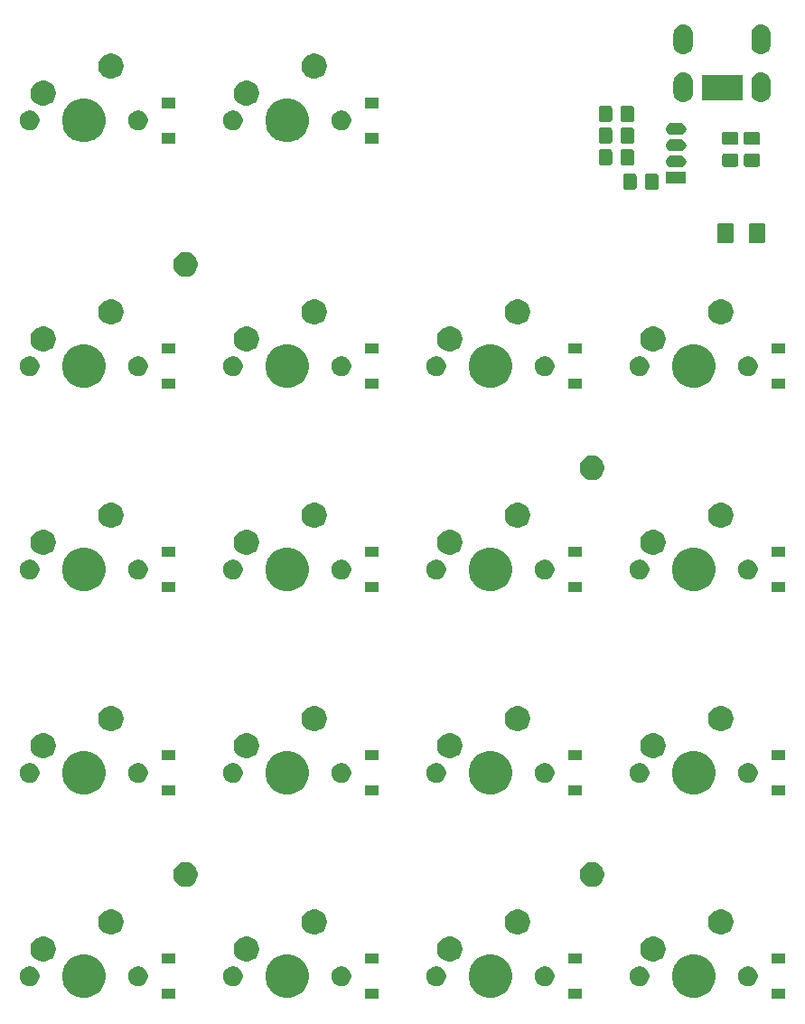
<source format=gbs>
G04 #@! TF.GenerationSoftware,KiCad,Pcbnew,5.1.4*
G04 #@! TF.CreationDate,2019-08-31T18:47:17-05:00*
G04 #@! TF.ProjectId,rootpad,726f6f74-7061-4642-9e6b-696361645f70,rev?*
G04 #@! TF.SameCoordinates,Original*
G04 #@! TF.FileFunction,Soldermask,Bot*
G04 #@! TF.FilePolarity,Negative*
%FSLAX46Y46*%
G04 Gerber Fmt 4.6, Leading zero omitted, Abs format (unit mm)*
G04 Created by KiCad (PCBNEW 5.1.4) date 2019-08-31 18:47:17*
%MOMM*%
%LPD*%
G04 APERTURE LIST*
%ADD10C,0.100000*%
G04 APERTURE END LIST*
D10*
G36*
X195913500Y-148201000D02*
G01*
X194611500Y-148201000D01*
X194611500Y-147199000D01*
X195913500Y-147199000D01*
X195913500Y-148201000D01*
X195913500Y-148201000D01*
G37*
G36*
X176863500Y-148201000D02*
G01*
X175561500Y-148201000D01*
X175561500Y-147199000D01*
X176863500Y-147199000D01*
X176863500Y-148201000D01*
X176863500Y-148201000D01*
G37*
G36*
X138763500Y-148201000D02*
G01*
X137461500Y-148201000D01*
X137461500Y-147199000D01*
X138763500Y-147199000D01*
X138763500Y-148201000D01*
X138763500Y-148201000D01*
G37*
G36*
X157813500Y-148201000D02*
G01*
X156511500Y-148201000D01*
X156511500Y-147199000D01*
X157813500Y-147199000D01*
X157813500Y-148201000D01*
X157813500Y-148201000D01*
G37*
G36*
X130772744Y-144084954D02*
G01*
X130990744Y-144175253D01*
X131144893Y-144239103D01*
X131479818Y-144462893D01*
X131764647Y-144747722D01*
X131988437Y-145082647D01*
X132020832Y-145160856D01*
X132142586Y-145454796D01*
X132221170Y-145849864D01*
X132221170Y-146252676D01*
X132142586Y-146647744D01*
X132091721Y-146770542D01*
X131988437Y-147019893D01*
X131764647Y-147354818D01*
X131479818Y-147639647D01*
X131144893Y-147863437D01*
X130990744Y-147927287D01*
X130772744Y-148017586D01*
X130377676Y-148096170D01*
X129974864Y-148096170D01*
X129579796Y-148017586D01*
X129361796Y-147927287D01*
X129207647Y-147863437D01*
X128872722Y-147639647D01*
X128587893Y-147354818D01*
X128364103Y-147019893D01*
X128260819Y-146770542D01*
X128209954Y-146647744D01*
X128131370Y-146252676D01*
X128131370Y-145849864D01*
X128209954Y-145454796D01*
X128331708Y-145160856D01*
X128364103Y-145082647D01*
X128587893Y-144747722D01*
X128872722Y-144462893D01*
X129207647Y-144239103D01*
X129361796Y-144175253D01*
X129579796Y-144084954D01*
X129974864Y-144006370D01*
X130377676Y-144006370D01*
X130772744Y-144084954D01*
X130772744Y-144084954D01*
G37*
G36*
X149822744Y-144084954D02*
G01*
X150040744Y-144175253D01*
X150194893Y-144239103D01*
X150529818Y-144462893D01*
X150814647Y-144747722D01*
X151038437Y-145082647D01*
X151070832Y-145160856D01*
X151192586Y-145454796D01*
X151271170Y-145849864D01*
X151271170Y-146252676D01*
X151192586Y-146647744D01*
X151141721Y-146770542D01*
X151038437Y-147019893D01*
X150814647Y-147354818D01*
X150529818Y-147639647D01*
X150194893Y-147863437D01*
X150040744Y-147927287D01*
X149822744Y-148017586D01*
X149427676Y-148096170D01*
X149024864Y-148096170D01*
X148629796Y-148017586D01*
X148411796Y-147927287D01*
X148257647Y-147863437D01*
X147922722Y-147639647D01*
X147637893Y-147354818D01*
X147414103Y-147019893D01*
X147310819Y-146770542D01*
X147259954Y-146647744D01*
X147181370Y-146252676D01*
X147181370Y-145849864D01*
X147259954Y-145454796D01*
X147381708Y-145160856D01*
X147414103Y-145082647D01*
X147637893Y-144747722D01*
X147922722Y-144462893D01*
X148257647Y-144239103D01*
X148411796Y-144175253D01*
X148629796Y-144084954D01*
X149024864Y-144006370D01*
X149427676Y-144006370D01*
X149822744Y-144084954D01*
X149822744Y-144084954D01*
G37*
G36*
X168872744Y-144084954D02*
G01*
X169090744Y-144175253D01*
X169244893Y-144239103D01*
X169579818Y-144462893D01*
X169864647Y-144747722D01*
X170088437Y-145082647D01*
X170120832Y-145160856D01*
X170242586Y-145454796D01*
X170321170Y-145849864D01*
X170321170Y-146252676D01*
X170242586Y-146647744D01*
X170191721Y-146770542D01*
X170088437Y-147019893D01*
X169864647Y-147354818D01*
X169579818Y-147639647D01*
X169244893Y-147863437D01*
X169090744Y-147927287D01*
X168872744Y-148017586D01*
X168477676Y-148096170D01*
X168074864Y-148096170D01*
X167679796Y-148017586D01*
X167461796Y-147927287D01*
X167307647Y-147863437D01*
X166972722Y-147639647D01*
X166687893Y-147354818D01*
X166464103Y-147019893D01*
X166360819Y-146770542D01*
X166309954Y-146647744D01*
X166231370Y-146252676D01*
X166231370Y-145849864D01*
X166309954Y-145454796D01*
X166431708Y-145160856D01*
X166464103Y-145082647D01*
X166687893Y-144747722D01*
X166972722Y-144462893D01*
X167307647Y-144239103D01*
X167461796Y-144175253D01*
X167679796Y-144084954D01*
X168074864Y-144006370D01*
X168477676Y-144006370D01*
X168872744Y-144084954D01*
X168872744Y-144084954D01*
G37*
G36*
X187922744Y-144084954D02*
G01*
X188140744Y-144175253D01*
X188294893Y-144239103D01*
X188629818Y-144462893D01*
X188914647Y-144747722D01*
X189138437Y-145082647D01*
X189170832Y-145160856D01*
X189292586Y-145454796D01*
X189371170Y-145849864D01*
X189371170Y-146252676D01*
X189292586Y-146647744D01*
X189241721Y-146770542D01*
X189138437Y-147019893D01*
X188914647Y-147354818D01*
X188629818Y-147639647D01*
X188294893Y-147863437D01*
X188140744Y-147927287D01*
X187922744Y-148017586D01*
X187527676Y-148096170D01*
X187124864Y-148096170D01*
X186729796Y-148017586D01*
X186511796Y-147927287D01*
X186357647Y-147863437D01*
X186022722Y-147639647D01*
X185737893Y-147354818D01*
X185514103Y-147019893D01*
X185410819Y-146770542D01*
X185359954Y-146647744D01*
X185281370Y-146252676D01*
X185281370Y-145849864D01*
X185359954Y-145454796D01*
X185481708Y-145160856D01*
X185514103Y-145082647D01*
X185737893Y-144747722D01*
X186022722Y-144462893D01*
X186357647Y-144239103D01*
X186511796Y-144175253D01*
X186729796Y-144084954D01*
X187124864Y-144006370D01*
X187527676Y-144006370D01*
X187922744Y-144084954D01*
X187922744Y-144084954D01*
G37*
G36*
X154576374Y-145160855D02*
G01*
X154744896Y-145230659D01*
X154896561Y-145331998D01*
X155025542Y-145460979D01*
X155126881Y-145612644D01*
X155196685Y-145781166D01*
X155232270Y-145960067D01*
X155232270Y-146142473D01*
X155196685Y-146321374D01*
X155126881Y-146489896D01*
X155025542Y-146641561D01*
X154896561Y-146770542D01*
X154744896Y-146871881D01*
X154576374Y-146941685D01*
X154397473Y-146977270D01*
X154215067Y-146977270D01*
X154036166Y-146941685D01*
X153867644Y-146871881D01*
X153715979Y-146770542D01*
X153586998Y-146641561D01*
X153485659Y-146489896D01*
X153415855Y-146321374D01*
X153380270Y-146142473D01*
X153380270Y-145960067D01*
X153415855Y-145781166D01*
X153485659Y-145612644D01*
X153586998Y-145460979D01*
X153715979Y-145331998D01*
X153867644Y-145230659D01*
X154036166Y-145160855D01*
X154215067Y-145125270D01*
X154397473Y-145125270D01*
X154576374Y-145160855D01*
X154576374Y-145160855D01*
G37*
G36*
X125366374Y-145160855D02*
G01*
X125534896Y-145230659D01*
X125686561Y-145331998D01*
X125815542Y-145460979D01*
X125916881Y-145612644D01*
X125986685Y-145781166D01*
X126022270Y-145960067D01*
X126022270Y-146142473D01*
X125986685Y-146321374D01*
X125916881Y-146489896D01*
X125815542Y-146641561D01*
X125686561Y-146770542D01*
X125534896Y-146871881D01*
X125366374Y-146941685D01*
X125187473Y-146977270D01*
X125005067Y-146977270D01*
X124826166Y-146941685D01*
X124657644Y-146871881D01*
X124505979Y-146770542D01*
X124376998Y-146641561D01*
X124275659Y-146489896D01*
X124205855Y-146321374D01*
X124170270Y-146142473D01*
X124170270Y-145960067D01*
X124205855Y-145781166D01*
X124275659Y-145612644D01*
X124376998Y-145460979D01*
X124505979Y-145331998D01*
X124657644Y-145230659D01*
X124826166Y-145160855D01*
X125005067Y-145125270D01*
X125187473Y-145125270D01*
X125366374Y-145160855D01*
X125366374Y-145160855D01*
G37*
G36*
X135526374Y-145160855D02*
G01*
X135694896Y-145230659D01*
X135846561Y-145331998D01*
X135975542Y-145460979D01*
X136076881Y-145612644D01*
X136146685Y-145781166D01*
X136182270Y-145960067D01*
X136182270Y-146142473D01*
X136146685Y-146321374D01*
X136076881Y-146489896D01*
X135975542Y-146641561D01*
X135846561Y-146770542D01*
X135694896Y-146871881D01*
X135526374Y-146941685D01*
X135347473Y-146977270D01*
X135165067Y-146977270D01*
X134986166Y-146941685D01*
X134817644Y-146871881D01*
X134665979Y-146770542D01*
X134536998Y-146641561D01*
X134435659Y-146489896D01*
X134365855Y-146321374D01*
X134330270Y-146142473D01*
X134330270Y-145960067D01*
X134365855Y-145781166D01*
X134435659Y-145612644D01*
X134536998Y-145460979D01*
X134665979Y-145331998D01*
X134817644Y-145230659D01*
X134986166Y-145160855D01*
X135165067Y-145125270D01*
X135347473Y-145125270D01*
X135526374Y-145160855D01*
X135526374Y-145160855D01*
G37*
G36*
X144416374Y-145160855D02*
G01*
X144584896Y-145230659D01*
X144736561Y-145331998D01*
X144865542Y-145460979D01*
X144966881Y-145612644D01*
X145036685Y-145781166D01*
X145072270Y-145960067D01*
X145072270Y-146142473D01*
X145036685Y-146321374D01*
X144966881Y-146489896D01*
X144865542Y-146641561D01*
X144736561Y-146770542D01*
X144584896Y-146871881D01*
X144416374Y-146941685D01*
X144237473Y-146977270D01*
X144055067Y-146977270D01*
X143876166Y-146941685D01*
X143707644Y-146871881D01*
X143555979Y-146770542D01*
X143426998Y-146641561D01*
X143325659Y-146489896D01*
X143255855Y-146321374D01*
X143220270Y-146142473D01*
X143220270Y-145960067D01*
X143255855Y-145781166D01*
X143325659Y-145612644D01*
X143426998Y-145460979D01*
X143555979Y-145331998D01*
X143707644Y-145230659D01*
X143876166Y-145160855D01*
X144055067Y-145125270D01*
X144237473Y-145125270D01*
X144416374Y-145160855D01*
X144416374Y-145160855D01*
G37*
G36*
X192676374Y-145160855D02*
G01*
X192844896Y-145230659D01*
X192996561Y-145331998D01*
X193125542Y-145460979D01*
X193226881Y-145612644D01*
X193296685Y-145781166D01*
X193332270Y-145960067D01*
X193332270Y-146142473D01*
X193296685Y-146321374D01*
X193226881Y-146489896D01*
X193125542Y-146641561D01*
X192996561Y-146770542D01*
X192844896Y-146871881D01*
X192676374Y-146941685D01*
X192497473Y-146977270D01*
X192315067Y-146977270D01*
X192136166Y-146941685D01*
X191967644Y-146871881D01*
X191815979Y-146770542D01*
X191686998Y-146641561D01*
X191585659Y-146489896D01*
X191515855Y-146321374D01*
X191480270Y-146142473D01*
X191480270Y-145960067D01*
X191515855Y-145781166D01*
X191585659Y-145612644D01*
X191686998Y-145460979D01*
X191815979Y-145331998D01*
X191967644Y-145230659D01*
X192136166Y-145160855D01*
X192315067Y-145125270D01*
X192497473Y-145125270D01*
X192676374Y-145160855D01*
X192676374Y-145160855D01*
G37*
G36*
X163466374Y-145160855D02*
G01*
X163634896Y-145230659D01*
X163786561Y-145331998D01*
X163915542Y-145460979D01*
X164016881Y-145612644D01*
X164086685Y-145781166D01*
X164122270Y-145960067D01*
X164122270Y-146142473D01*
X164086685Y-146321374D01*
X164016881Y-146489896D01*
X163915542Y-146641561D01*
X163786561Y-146770542D01*
X163634896Y-146871881D01*
X163466374Y-146941685D01*
X163287473Y-146977270D01*
X163105067Y-146977270D01*
X162926166Y-146941685D01*
X162757644Y-146871881D01*
X162605979Y-146770542D01*
X162476998Y-146641561D01*
X162375659Y-146489896D01*
X162305855Y-146321374D01*
X162270270Y-146142473D01*
X162270270Y-145960067D01*
X162305855Y-145781166D01*
X162375659Y-145612644D01*
X162476998Y-145460979D01*
X162605979Y-145331998D01*
X162757644Y-145230659D01*
X162926166Y-145160855D01*
X163105067Y-145125270D01*
X163287473Y-145125270D01*
X163466374Y-145160855D01*
X163466374Y-145160855D01*
G37*
G36*
X173626374Y-145160855D02*
G01*
X173794896Y-145230659D01*
X173946561Y-145331998D01*
X174075542Y-145460979D01*
X174176881Y-145612644D01*
X174246685Y-145781166D01*
X174282270Y-145960067D01*
X174282270Y-146142473D01*
X174246685Y-146321374D01*
X174176881Y-146489896D01*
X174075542Y-146641561D01*
X173946561Y-146770542D01*
X173794896Y-146871881D01*
X173626374Y-146941685D01*
X173447473Y-146977270D01*
X173265067Y-146977270D01*
X173086166Y-146941685D01*
X172917644Y-146871881D01*
X172765979Y-146770542D01*
X172636998Y-146641561D01*
X172535659Y-146489896D01*
X172465855Y-146321374D01*
X172430270Y-146142473D01*
X172430270Y-145960067D01*
X172465855Y-145781166D01*
X172535659Y-145612644D01*
X172636998Y-145460979D01*
X172765979Y-145331998D01*
X172917644Y-145230659D01*
X173086166Y-145160855D01*
X173265067Y-145125270D01*
X173447473Y-145125270D01*
X173626374Y-145160855D01*
X173626374Y-145160855D01*
G37*
G36*
X182516374Y-145160855D02*
G01*
X182684896Y-145230659D01*
X182836561Y-145331998D01*
X182965542Y-145460979D01*
X183066881Y-145612644D01*
X183136685Y-145781166D01*
X183172270Y-145960067D01*
X183172270Y-146142473D01*
X183136685Y-146321374D01*
X183066881Y-146489896D01*
X182965542Y-146641561D01*
X182836561Y-146770542D01*
X182684896Y-146871881D01*
X182516374Y-146941685D01*
X182337473Y-146977270D01*
X182155067Y-146977270D01*
X181976166Y-146941685D01*
X181807644Y-146871881D01*
X181655979Y-146770542D01*
X181526998Y-146641561D01*
X181425659Y-146489896D01*
X181355855Y-146321374D01*
X181320270Y-146142473D01*
X181320270Y-145960067D01*
X181355855Y-145781166D01*
X181425659Y-145612644D01*
X181526998Y-145460979D01*
X181655979Y-145331998D01*
X181807644Y-145230659D01*
X181976166Y-145160855D01*
X182155067Y-145125270D01*
X182337473Y-145125270D01*
X182516374Y-145160855D01*
X182516374Y-145160855D01*
G37*
G36*
X195913500Y-144901000D02*
G01*
X194611500Y-144901000D01*
X194611500Y-143899000D01*
X195913500Y-143899000D01*
X195913500Y-144901000D01*
X195913500Y-144901000D01*
G37*
G36*
X157813500Y-144901000D02*
G01*
X156511500Y-144901000D01*
X156511500Y-143899000D01*
X157813500Y-143899000D01*
X157813500Y-144901000D01*
X157813500Y-144901000D01*
G37*
G36*
X138763500Y-144901000D02*
G01*
X137461500Y-144901000D01*
X137461500Y-143899000D01*
X138763500Y-143899000D01*
X138763500Y-144901000D01*
X138763500Y-144901000D01*
G37*
G36*
X176863500Y-144901000D02*
G01*
X175561500Y-144901000D01*
X175561500Y-143899000D01*
X176863500Y-143899000D01*
X176863500Y-144901000D01*
X176863500Y-144901000D01*
G37*
G36*
X164657830Y-142350334D02*
G01*
X164809297Y-142380463D01*
X165023315Y-142469112D01*
X165023316Y-142469113D01*
X165215924Y-142597809D01*
X165379731Y-142761616D01*
X165465528Y-142890021D01*
X165508428Y-142954225D01*
X165597077Y-143168243D01*
X165642270Y-143395444D01*
X165642270Y-143627096D01*
X165597077Y-143854297D01*
X165508428Y-144068315D01*
X165508427Y-144068316D01*
X165379731Y-144260924D01*
X165215924Y-144424731D01*
X165158810Y-144462893D01*
X165023315Y-144553428D01*
X164809297Y-144642077D01*
X164657830Y-144672206D01*
X164582097Y-144687270D01*
X164350443Y-144687270D01*
X164274710Y-144672206D01*
X164123243Y-144642077D01*
X163909225Y-144553428D01*
X163773730Y-144462893D01*
X163716616Y-144424731D01*
X163552809Y-144260924D01*
X163424113Y-144068316D01*
X163424112Y-144068315D01*
X163335463Y-143854297D01*
X163290270Y-143627096D01*
X163290270Y-143395444D01*
X163335463Y-143168243D01*
X163424112Y-142954225D01*
X163467012Y-142890021D01*
X163552809Y-142761616D01*
X163716616Y-142597809D01*
X163909224Y-142469113D01*
X163909225Y-142469112D01*
X164123243Y-142380463D01*
X164274710Y-142350334D01*
X164350443Y-142335270D01*
X164582097Y-142335270D01*
X164657830Y-142350334D01*
X164657830Y-142350334D01*
G37*
G36*
X145607830Y-142350334D02*
G01*
X145759297Y-142380463D01*
X145973315Y-142469112D01*
X145973316Y-142469113D01*
X146165924Y-142597809D01*
X146329731Y-142761616D01*
X146415528Y-142890021D01*
X146458428Y-142954225D01*
X146547077Y-143168243D01*
X146592270Y-143395444D01*
X146592270Y-143627096D01*
X146547077Y-143854297D01*
X146458428Y-144068315D01*
X146458427Y-144068316D01*
X146329731Y-144260924D01*
X146165924Y-144424731D01*
X146108810Y-144462893D01*
X145973315Y-144553428D01*
X145759297Y-144642077D01*
X145607830Y-144672206D01*
X145532097Y-144687270D01*
X145300443Y-144687270D01*
X145224710Y-144672206D01*
X145073243Y-144642077D01*
X144859225Y-144553428D01*
X144723730Y-144462893D01*
X144666616Y-144424731D01*
X144502809Y-144260924D01*
X144374113Y-144068316D01*
X144374112Y-144068315D01*
X144285463Y-143854297D01*
X144240270Y-143627096D01*
X144240270Y-143395444D01*
X144285463Y-143168243D01*
X144374112Y-142954225D01*
X144417012Y-142890021D01*
X144502809Y-142761616D01*
X144666616Y-142597809D01*
X144859224Y-142469113D01*
X144859225Y-142469112D01*
X145073243Y-142380463D01*
X145224710Y-142350334D01*
X145300443Y-142335270D01*
X145532097Y-142335270D01*
X145607830Y-142350334D01*
X145607830Y-142350334D01*
G37*
G36*
X183707830Y-142350334D02*
G01*
X183859297Y-142380463D01*
X184073315Y-142469112D01*
X184073316Y-142469113D01*
X184265924Y-142597809D01*
X184429731Y-142761616D01*
X184515528Y-142890021D01*
X184558428Y-142954225D01*
X184647077Y-143168243D01*
X184692270Y-143395444D01*
X184692270Y-143627096D01*
X184647077Y-143854297D01*
X184558428Y-144068315D01*
X184558427Y-144068316D01*
X184429731Y-144260924D01*
X184265924Y-144424731D01*
X184208810Y-144462893D01*
X184073315Y-144553428D01*
X183859297Y-144642077D01*
X183707830Y-144672206D01*
X183632097Y-144687270D01*
X183400443Y-144687270D01*
X183324710Y-144672206D01*
X183173243Y-144642077D01*
X182959225Y-144553428D01*
X182823730Y-144462893D01*
X182766616Y-144424731D01*
X182602809Y-144260924D01*
X182474113Y-144068316D01*
X182474112Y-144068315D01*
X182385463Y-143854297D01*
X182340270Y-143627096D01*
X182340270Y-143395444D01*
X182385463Y-143168243D01*
X182474112Y-142954225D01*
X182517012Y-142890021D01*
X182602809Y-142761616D01*
X182766616Y-142597809D01*
X182959224Y-142469113D01*
X182959225Y-142469112D01*
X183173243Y-142380463D01*
X183324710Y-142350334D01*
X183400443Y-142335270D01*
X183632097Y-142335270D01*
X183707830Y-142350334D01*
X183707830Y-142350334D01*
G37*
G36*
X126557830Y-142350334D02*
G01*
X126709297Y-142380463D01*
X126923315Y-142469112D01*
X126923316Y-142469113D01*
X127115924Y-142597809D01*
X127279731Y-142761616D01*
X127365528Y-142890021D01*
X127408428Y-142954225D01*
X127497077Y-143168243D01*
X127542270Y-143395444D01*
X127542270Y-143627096D01*
X127497077Y-143854297D01*
X127408428Y-144068315D01*
X127408427Y-144068316D01*
X127279731Y-144260924D01*
X127115924Y-144424731D01*
X127058810Y-144462893D01*
X126923315Y-144553428D01*
X126709297Y-144642077D01*
X126557830Y-144672206D01*
X126482097Y-144687270D01*
X126250443Y-144687270D01*
X126174710Y-144672206D01*
X126023243Y-144642077D01*
X125809225Y-144553428D01*
X125673730Y-144462893D01*
X125616616Y-144424731D01*
X125452809Y-144260924D01*
X125324113Y-144068316D01*
X125324112Y-144068315D01*
X125235463Y-143854297D01*
X125190270Y-143627096D01*
X125190270Y-143395444D01*
X125235463Y-143168243D01*
X125324112Y-142954225D01*
X125367012Y-142890021D01*
X125452809Y-142761616D01*
X125616616Y-142597809D01*
X125809224Y-142469113D01*
X125809225Y-142469112D01*
X126023243Y-142380463D01*
X126174710Y-142350334D01*
X126250443Y-142335270D01*
X126482097Y-142335270D01*
X126557830Y-142350334D01*
X126557830Y-142350334D01*
G37*
G36*
X171007830Y-139810334D02*
G01*
X171159297Y-139840463D01*
X171373315Y-139929112D01*
X171373316Y-139929113D01*
X171565924Y-140057809D01*
X171729731Y-140221616D01*
X171815528Y-140350021D01*
X171858428Y-140414225D01*
X171947077Y-140628243D01*
X171992270Y-140855444D01*
X171992270Y-141087096D01*
X171947077Y-141314297D01*
X171858428Y-141528315D01*
X171858427Y-141528316D01*
X171729731Y-141720924D01*
X171565924Y-141884731D01*
X171437519Y-141970528D01*
X171373315Y-142013428D01*
X171159297Y-142102077D01*
X171007830Y-142132206D01*
X170932097Y-142147270D01*
X170700443Y-142147270D01*
X170624710Y-142132206D01*
X170473243Y-142102077D01*
X170259225Y-142013428D01*
X170195021Y-141970528D01*
X170066616Y-141884731D01*
X169902809Y-141720924D01*
X169774113Y-141528316D01*
X169774112Y-141528315D01*
X169685463Y-141314297D01*
X169640270Y-141087096D01*
X169640270Y-140855444D01*
X169685463Y-140628243D01*
X169774112Y-140414225D01*
X169817012Y-140350021D01*
X169902809Y-140221616D01*
X170066616Y-140057809D01*
X170259224Y-139929113D01*
X170259225Y-139929112D01*
X170473243Y-139840463D01*
X170624710Y-139810334D01*
X170700443Y-139795270D01*
X170932097Y-139795270D01*
X171007830Y-139810334D01*
X171007830Y-139810334D01*
G37*
G36*
X190057830Y-139810334D02*
G01*
X190209297Y-139840463D01*
X190423315Y-139929112D01*
X190423316Y-139929113D01*
X190615924Y-140057809D01*
X190779731Y-140221616D01*
X190865528Y-140350021D01*
X190908428Y-140414225D01*
X190997077Y-140628243D01*
X191042270Y-140855444D01*
X191042270Y-141087096D01*
X190997077Y-141314297D01*
X190908428Y-141528315D01*
X190908427Y-141528316D01*
X190779731Y-141720924D01*
X190615924Y-141884731D01*
X190487519Y-141970528D01*
X190423315Y-142013428D01*
X190209297Y-142102077D01*
X190057830Y-142132206D01*
X189982097Y-142147270D01*
X189750443Y-142147270D01*
X189674710Y-142132206D01*
X189523243Y-142102077D01*
X189309225Y-142013428D01*
X189245021Y-141970528D01*
X189116616Y-141884731D01*
X188952809Y-141720924D01*
X188824113Y-141528316D01*
X188824112Y-141528315D01*
X188735463Y-141314297D01*
X188690270Y-141087096D01*
X188690270Y-140855444D01*
X188735463Y-140628243D01*
X188824112Y-140414225D01*
X188867012Y-140350021D01*
X188952809Y-140221616D01*
X189116616Y-140057809D01*
X189309224Y-139929113D01*
X189309225Y-139929112D01*
X189523243Y-139840463D01*
X189674710Y-139810334D01*
X189750443Y-139795270D01*
X189982097Y-139795270D01*
X190057830Y-139810334D01*
X190057830Y-139810334D01*
G37*
G36*
X151957830Y-139810334D02*
G01*
X152109297Y-139840463D01*
X152323315Y-139929112D01*
X152323316Y-139929113D01*
X152515924Y-140057809D01*
X152679731Y-140221616D01*
X152765528Y-140350021D01*
X152808428Y-140414225D01*
X152897077Y-140628243D01*
X152942270Y-140855444D01*
X152942270Y-141087096D01*
X152897077Y-141314297D01*
X152808428Y-141528315D01*
X152808427Y-141528316D01*
X152679731Y-141720924D01*
X152515924Y-141884731D01*
X152387519Y-141970528D01*
X152323315Y-142013428D01*
X152109297Y-142102077D01*
X151957830Y-142132206D01*
X151882097Y-142147270D01*
X151650443Y-142147270D01*
X151574710Y-142132206D01*
X151423243Y-142102077D01*
X151209225Y-142013428D01*
X151145021Y-141970528D01*
X151016616Y-141884731D01*
X150852809Y-141720924D01*
X150724113Y-141528316D01*
X150724112Y-141528315D01*
X150635463Y-141314297D01*
X150590270Y-141087096D01*
X150590270Y-140855444D01*
X150635463Y-140628243D01*
X150724112Y-140414225D01*
X150767012Y-140350021D01*
X150852809Y-140221616D01*
X151016616Y-140057809D01*
X151209224Y-139929113D01*
X151209225Y-139929112D01*
X151423243Y-139840463D01*
X151574710Y-139810334D01*
X151650443Y-139795270D01*
X151882097Y-139795270D01*
X151957830Y-139810334D01*
X151957830Y-139810334D01*
G37*
G36*
X132907830Y-139810334D02*
G01*
X133059297Y-139840463D01*
X133273315Y-139929112D01*
X133273316Y-139929113D01*
X133465924Y-140057809D01*
X133629731Y-140221616D01*
X133715528Y-140350021D01*
X133758428Y-140414225D01*
X133847077Y-140628243D01*
X133892270Y-140855444D01*
X133892270Y-141087096D01*
X133847077Y-141314297D01*
X133758428Y-141528315D01*
X133758427Y-141528316D01*
X133629731Y-141720924D01*
X133465924Y-141884731D01*
X133337519Y-141970528D01*
X133273315Y-142013428D01*
X133059297Y-142102077D01*
X132907830Y-142132206D01*
X132832097Y-142147270D01*
X132600443Y-142147270D01*
X132524710Y-142132206D01*
X132373243Y-142102077D01*
X132159225Y-142013428D01*
X132095021Y-141970528D01*
X131966616Y-141884731D01*
X131802809Y-141720924D01*
X131674113Y-141528316D01*
X131674112Y-141528315D01*
X131585463Y-141314297D01*
X131540270Y-141087096D01*
X131540270Y-140855444D01*
X131585463Y-140628243D01*
X131674112Y-140414225D01*
X131717012Y-140350021D01*
X131802809Y-140221616D01*
X131966616Y-140057809D01*
X132159224Y-139929113D01*
X132159225Y-139929112D01*
X132373243Y-139840463D01*
X132524710Y-139810334D01*
X132600443Y-139795270D01*
X132832097Y-139795270D01*
X132907830Y-139810334D01*
X132907830Y-139810334D01*
G37*
G36*
X139924549Y-135396116D02*
G01*
X140035734Y-135418232D01*
X140245203Y-135504997D01*
X140433720Y-135630960D01*
X140594040Y-135791280D01*
X140720003Y-135979797D01*
X140720004Y-135979799D01*
X140806768Y-136189267D01*
X140850748Y-136410366D01*
X140851000Y-136411636D01*
X140851000Y-136638364D01*
X140806768Y-136860734D01*
X140720003Y-137070203D01*
X140594040Y-137258720D01*
X140433720Y-137419040D01*
X140245203Y-137545003D01*
X140035734Y-137631768D01*
X139924549Y-137653884D01*
X139813365Y-137676000D01*
X139586635Y-137676000D01*
X139475451Y-137653884D01*
X139364266Y-137631768D01*
X139154797Y-137545003D01*
X138966280Y-137419040D01*
X138805960Y-137258720D01*
X138679997Y-137070203D01*
X138593232Y-136860734D01*
X138549000Y-136638364D01*
X138549000Y-136411636D01*
X138549253Y-136410366D01*
X138593232Y-136189267D01*
X138679996Y-135979799D01*
X138679997Y-135979797D01*
X138805960Y-135791280D01*
X138966280Y-135630960D01*
X139154797Y-135504997D01*
X139364266Y-135418232D01*
X139475451Y-135396116D01*
X139586635Y-135374000D01*
X139813365Y-135374000D01*
X139924549Y-135396116D01*
X139924549Y-135396116D01*
G37*
G36*
X178023279Y-135394846D02*
G01*
X178134464Y-135416962D01*
X178343933Y-135503727D01*
X178532450Y-135629690D01*
X178692770Y-135790010D01*
X178818733Y-135978527D01*
X178905498Y-136187996D01*
X178905751Y-136189267D01*
X178949730Y-136410365D01*
X178949730Y-136637095D01*
X178949477Y-136638365D01*
X178905498Y-136859464D01*
X178818733Y-137068933D01*
X178692770Y-137257450D01*
X178532450Y-137417770D01*
X178343933Y-137543733D01*
X178134464Y-137630498D01*
X178023279Y-137652614D01*
X177912095Y-137674730D01*
X177685365Y-137674730D01*
X177574181Y-137652614D01*
X177462996Y-137630498D01*
X177253527Y-137543733D01*
X177065010Y-137417770D01*
X176904690Y-137257450D01*
X176778727Y-137068933D01*
X176691962Y-136859464D01*
X176647983Y-136638365D01*
X176647730Y-136637095D01*
X176647730Y-136410365D01*
X176691709Y-136189267D01*
X176691962Y-136187996D01*
X176778727Y-135978527D01*
X176904690Y-135790010D01*
X177065010Y-135629690D01*
X177253527Y-135503727D01*
X177462996Y-135416962D01*
X177574181Y-135394846D01*
X177685365Y-135372730D01*
X177912095Y-135372730D01*
X178023279Y-135394846D01*
X178023279Y-135394846D01*
G37*
G36*
X157813500Y-129151000D02*
G01*
X156511500Y-129151000D01*
X156511500Y-128149000D01*
X157813500Y-128149000D01*
X157813500Y-129151000D01*
X157813500Y-129151000D01*
G37*
G36*
X138763500Y-129151000D02*
G01*
X137461500Y-129151000D01*
X137461500Y-128149000D01*
X138763500Y-128149000D01*
X138763500Y-129151000D01*
X138763500Y-129151000D01*
G37*
G36*
X176863500Y-129151000D02*
G01*
X175561500Y-129151000D01*
X175561500Y-128149000D01*
X176863500Y-128149000D01*
X176863500Y-129151000D01*
X176863500Y-129151000D01*
G37*
G36*
X195913500Y-129151000D02*
G01*
X194611500Y-129151000D01*
X194611500Y-128149000D01*
X195913500Y-128149000D01*
X195913500Y-129151000D01*
X195913500Y-129151000D01*
G37*
G36*
X149822744Y-125034954D02*
G01*
X150040744Y-125125253D01*
X150194893Y-125189103D01*
X150529818Y-125412893D01*
X150814647Y-125697722D01*
X151038437Y-126032647D01*
X151070832Y-126110856D01*
X151192586Y-126404796D01*
X151271170Y-126799864D01*
X151271170Y-127202676D01*
X151192586Y-127597744D01*
X151141721Y-127720542D01*
X151038437Y-127969893D01*
X150814647Y-128304818D01*
X150529818Y-128589647D01*
X150194893Y-128813437D01*
X150040744Y-128877287D01*
X149822744Y-128967586D01*
X149427676Y-129046170D01*
X149024864Y-129046170D01*
X148629796Y-128967586D01*
X148411796Y-128877287D01*
X148257647Y-128813437D01*
X147922722Y-128589647D01*
X147637893Y-128304818D01*
X147414103Y-127969893D01*
X147310819Y-127720542D01*
X147259954Y-127597744D01*
X147181370Y-127202676D01*
X147181370Y-126799864D01*
X147259954Y-126404796D01*
X147381708Y-126110856D01*
X147414103Y-126032647D01*
X147637893Y-125697722D01*
X147922722Y-125412893D01*
X148257647Y-125189103D01*
X148411796Y-125125253D01*
X148629796Y-125034954D01*
X149024864Y-124956370D01*
X149427676Y-124956370D01*
X149822744Y-125034954D01*
X149822744Y-125034954D01*
G37*
G36*
X130772744Y-125034954D02*
G01*
X130990744Y-125125253D01*
X131144893Y-125189103D01*
X131479818Y-125412893D01*
X131764647Y-125697722D01*
X131988437Y-126032647D01*
X132020832Y-126110856D01*
X132142586Y-126404796D01*
X132221170Y-126799864D01*
X132221170Y-127202676D01*
X132142586Y-127597744D01*
X132091721Y-127720542D01*
X131988437Y-127969893D01*
X131764647Y-128304818D01*
X131479818Y-128589647D01*
X131144893Y-128813437D01*
X130990744Y-128877287D01*
X130772744Y-128967586D01*
X130377676Y-129046170D01*
X129974864Y-129046170D01*
X129579796Y-128967586D01*
X129361796Y-128877287D01*
X129207647Y-128813437D01*
X128872722Y-128589647D01*
X128587893Y-128304818D01*
X128364103Y-127969893D01*
X128260819Y-127720542D01*
X128209954Y-127597744D01*
X128131370Y-127202676D01*
X128131370Y-126799864D01*
X128209954Y-126404796D01*
X128331708Y-126110856D01*
X128364103Y-126032647D01*
X128587893Y-125697722D01*
X128872722Y-125412893D01*
X129207647Y-125189103D01*
X129361796Y-125125253D01*
X129579796Y-125034954D01*
X129974864Y-124956370D01*
X130377676Y-124956370D01*
X130772744Y-125034954D01*
X130772744Y-125034954D01*
G37*
G36*
X168872744Y-125034954D02*
G01*
X169090744Y-125125253D01*
X169244893Y-125189103D01*
X169579818Y-125412893D01*
X169864647Y-125697722D01*
X170088437Y-126032647D01*
X170120832Y-126110856D01*
X170242586Y-126404796D01*
X170321170Y-126799864D01*
X170321170Y-127202676D01*
X170242586Y-127597744D01*
X170191721Y-127720542D01*
X170088437Y-127969893D01*
X169864647Y-128304818D01*
X169579818Y-128589647D01*
X169244893Y-128813437D01*
X169090744Y-128877287D01*
X168872744Y-128967586D01*
X168477676Y-129046170D01*
X168074864Y-129046170D01*
X167679796Y-128967586D01*
X167461796Y-128877287D01*
X167307647Y-128813437D01*
X166972722Y-128589647D01*
X166687893Y-128304818D01*
X166464103Y-127969893D01*
X166360819Y-127720542D01*
X166309954Y-127597744D01*
X166231370Y-127202676D01*
X166231370Y-126799864D01*
X166309954Y-126404796D01*
X166431708Y-126110856D01*
X166464103Y-126032647D01*
X166687893Y-125697722D01*
X166972722Y-125412893D01*
X167307647Y-125189103D01*
X167461796Y-125125253D01*
X167679796Y-125034954D01*
X168074864Y-124956370D01*
X168477676Y-124956370D01*
X168872744Y-125034954D01*
X168872744Y-125034954D01*
G37*
G36*
X187922744Y-125034954D02*
G01*
X188140744Y-125125253D01*
X188294893Y-125189103D01*
X188629818Y-125412893D01*
X188914647Y-125697722D01*
X189138437Y-126032647D01*
X189170832Y-126110856D01*
X189292586Y-126404796D01*
X189371170Y-126799864D01*
X189371170Y-127202676D01*
X189292586Y-127597744D01*
X189241721Y-127720542D01*
X189138437Y-127969893D01*
X188914647Y-128304818D01*
X188629818Y-128589647D01*
X188294893Y-128813437D01*
X188140744Y-128877287D01*
X187922744Y-128967586D01*
X187527676Y-129046170D01*
X187124864Y-129046170D01*
X186729796Y-128967586D01*
X186511796Y-128877287D01*
X186357647Y-128813437D01*
X186022722Y-128589647D01*
X185737893Y-128304818D01*
X185514103Y-127969893D01*
X185410819Y-127720542D01*
X185359954Y-127597744D01*
X185281370Y-127202676D01*
X185281370Y-126799864D01*
X185359954Y-126404796D01*
X185481708Y-126110856D01*
X185514103Y-126032647D01*
X185737893Y-125697722D01*
X186022722Y-125412893D01*
X186357647Y-125189103D01*
X186511796Y-125125253D01*
X186729796Y-125034954D01*
X187124864Y-124956370D01*
X187527676Y-124956370D01*
X187922744Y-125034954D01*
X187922744Y-125034954D01*
G37*
G36*
X144416374Y-126110855D02*
G01*
X144584896Y-126180659D01*
X144736561Y-126281998D01*
X144865542Y-126410979D01*
X144966881Y-126562644D01*
X145036685Y-126731166D01*
X145072270Y-126910067D01*
X145072270Y-127092473D01*
X145036685Y-127271374D01*
X144966881Y-127439896D01*
X144865542Y-127591561D01*
X144736561Y-127720542D01*
X144584896Y-127821881D01*
X144416374Y-127891685D01*
X144237473Y-127927270D01*
X144055067Y-127927270D01*
X143876166Y-127891685D01*
X143707644Y-127821881D01*
X143555979Y-127720542D01*
X143426998Y-127591561D01*
X143325659Y-127439896D01*
X143255855Y-127271374D01*
X143220270Y-127092473D01*
X143220270Y-126910067D01*
X143255855Y-126731166D01*
X143325659Y-126562644D01*
X143426998Y-126410979D01*
X143555979Y-126281998D01*
X143707644Y-126180659D01*
X143876166Y-126110855D01*
X144055067Y-126075270D01*
X144237473Y-126075270D01*
X144416374Y-126110855D01*
X144416374Y-126110855D01*
G37*
G36*
X125366374Y-126110855D02*
G01*
X125534896Y-126180659D01*
X125686561Y-126281998D01*
X125815542Y-126410979D01*
X125916881Y-126562644D01*
X125986685Y-126731166D01*
X126022270Y-126910067D01*
X126022270Y-127092473D01*
X125986685Y-127271374D01*
X125916881Y-127439896D01*
X125815542Y-127591561D01*
X125686561Y-127720542D01*
X125534896Y-127821881D01*
X125366374Y-127891685D01*
X125187473Y-127927270D01*
X125005067Y-127927270D01*
X124826166Y-127891685D01*
X124657644Y-127821881D01*
X124505979Y-127720542D01*
X124376998Y-127591561D01*
X124275659Y-127439896D01*
X124205855Y-127271374D01*
X124170270Y-127092473D01*
X124170270Y-126910067D01*
X124205855Y-126731166D01*
X124275659Y-126562644D01*
X124376998Y-126410979D01*
X124505979Y-126281998D01*
X124657644Y-126180659D01*
X124826166Y-126110855D01*
X125005067Y-126075270D01*
X125187473Y-126075270D01*
X125366374Y-126110855D01*
X125366374Y-126110855D01*
G37*
G36*
X192676374Y-126110855D02*
G01*
X192844896Y-126180659D01*
X192996561Y-126281998D01*
X193125542Y-126410979D01*
X193226881Y-126562644D01*
X193296685Y-126731166D01*
X193332270Y-126910067D01*
X193332270Y-127092473D01*
X193296685Y-127271374D01*
X193226881Y-127439896D01*
X193125542Y-127591561D01*
X192996561Y-127720542D01*
X192844896Y-127821881D01*
X192676374Y-127891685D01*
X192497473Y-127927270D01*
X192315067Y-127927270D01*
X192136166Y-127891685D01*
X191967644Y-127821881D01*
X191815979Y-127720542D01*
X191686998Y-127591561D01*
X191585659Y-127439896D01*
X191515855Y-127271374D01*
X191480270Y-127092473D01*
X191480270Y-126910067D01*
X191515855Y-126731166D01*
X191585659Y-126562644D01*
X191686998Y-126410979D01*
X191815979Y-126281998D01*
X191967644Y-126180659D01*
X192136166Y-126110855D01*
X192315067Y-126075270D01*
X192497473Y-126075270D01*
X192676374Y-126110855D01*
X192676374Y-126110855D01*
G37*
G36*
X182516374Y-126110855D02*
G01*
X182684896Y-126180659D01*
X182836561Y-126281998D01*
X182965542Y-126410979D01*
X183066881Y-126562644D01*
X183136685Y-126731166D01*
X183172270Y-126910067D01*
X183172270Y-127092473D01*
X183136685Y-127271374D01*
X183066881Y-127439896D01*
X182965542Y-127591561D01*
X182836561Y-127720542D01*
X182684896Y-127821881D01*
X182516374Y-127891685D01*
X182337473Y-127927270D01*
X182155067Y-127927270D01*
X181976166Y-127891685D01*
X181807644Y-127821881D01*
X181655979Y-127720542D01*
X181526998Y-127591561D01*
X181425659Y-127439896D01*
X181355855Y-127271374D01*
X181320270Y-127092473D01*
X181320270Y-126910067D01*
X181355855Y-126731166D01*
X181425659Y-126562644D01*
X181526998Y-126410979D01*
X181655979Y-126281998D01*
X181807644Y-126180659D01*
X181976166Y-126110855D01*
X182155067Y-126075270D01*
X182337473Y-126075270D01*
X182516374Y-126110855D01*
X182516374Y-126110855D01*
G37*
G36*
X163466374Y-126110855D02*
G01*
X163634896Y-126180659D01*
X163786561Y-126281998D01*
X163915542Y-126410979D01*
X164016881Y-126562644D01*
X164086685Y-126731166D01*
X164122270Y-126910067D01*
X164122270Y-127092473D01*
X164086685Y-127271374D01*
X164016881Y-127439896D01*
X163915542Y-127591561D01*
X163786561Y-127720542D01*
X163634896Y-127821881D01*
X163466374Y-127891685D01*
X163287473Y-127927270D01*
X163105067Y-127927270D01*
X162926166Y-127891685D01*
X162757644Y-127821881D01*
X162605979Y-127720542D01*
X162476998Y-127591561D01*
X162375659Y-127439896D01*
X162305855Y-127271374D01*
X162270270Y-127092473D01*
X162270270Y-126910067D01*
X162305855Y-126731166D01*
X162375659Y-126562644D01*
X162476998Y-126410979D01*
X162605979Y-126281998D01*
X162757644Y-126180659D01*
X162926166Y-126110855D01*
X163105067Y-126075270D01*
X163287473Y-126075270D01*
X163466374Y-126110855D01*
X163466374Y-126110855D01*
G37*
G36*
X173626374Y-126110855D02*
G01*
X173794896Y-126180659D01*
X173946561Y-126281998D01*
X174075542Y-126410979D01*
X174176881Y-126562644D01*
X174246685Y-126731166D01*
X174282270Y-126910067D01*
X174282270Y-127092473D01*
X174246685Y-127271374D01*
X174176881Y-127439896D01*
X174075542Y-127591561D01*
X173946561Y-127720542D01*
X173794896Y-127821881D01*
X173626374Y-127891685D01*
X173447473Y-127927270D01*
X173265067Y-127927270D01*
X173086166Y-127891685D01*
X172917644Y-127821881D01*
X172765979Y-127720542D01*
X172636998Y-127591561D01*
X172535659Y-127439896D01*
X172465855Y-127271374D01*
X172430270Y-127092473D01*
X172430270Y-126910067D01*
X172465855Y-126731166D01*
X172535659Y-126562644D01*
X172636998Y-126410979D01*
X172765979Y-126281998D01*
X172917644Y-126180659D01*
X173086166Y-126110855D01*
X173265067Y-126075270D01*
X173447473Y-126075270D01*
X173626374Y-126110855D01*
X173626374Y-126110855D01*
G37*
G36*
X135526374Y-126110855D02*
G01*
X135694896Y-126180659D01*
X135846561Y-126281998D01*
X135975542Y-126410979D01*
X136076881Y-126562644D01*
X136146685Y-126731166D01*
X136182270Y-126910067D01*
X136182270Y-127092473D01*
X136146685Y-127271374D01*
X136076881Y-127439896D01*
X135975542Y-127591561D01*
X135846561Y-127720542D01*
X135694896Y-127821881D01*
X135526374Y-127891685D01*
X135347473Y-127927270D01*
X135165067Y-127927270D01*
X134986166Y-127891685D01*
X134817644Y-127821881D01*
X134665979Y-127720542D01*
X134536998Y-127591561D01*
X134435659Y-127439896D01*
X134365855Y-127271374D01*
X134330270Y-127092473D01*
X134330270Y-126910067D01*
X134365855Y-126731166D01*
X134435659Y-126562644D01*
X134536998Y-126410979D01*
X134665979Y-126281998D01*
X134817644Y-126180659D01*
X134986166Y-126110855D01*
X135165067Y-126075270D01*
X135347473Y-126075270D01*
X135526374Y-126110855D01*
X135526374Y-126110855D01*
G37*
G36*
X154576374Y-126110855D02*
G01*
X154744896Y-126180659D01*
X154896561Y-126281998D01*
X155025542Y-126410979D01*
X155126881Y-126562644D01*
X155196685Y-126731166D01*
X155232270Y-126910067D01*
X155232270Y-127092473D01*
X155196685Y-127271374D01*
X155126881Y-127439896D01*
X155025542Y-127591561D01*
X154896561Y-127720542D01*
X154744896Y-127821881D01*
X154576374Y-127891685D01*
X154397473Y-127927270D01*
X154215067Y-127927270D01*
X154036166Y-127891685D01*
X153867644Y-127821881D01*
X153715979Y-127720542D01*
X153586998Y-127591561D01*
X153485659Y-127439896D01*
X153415855Y-127271374D01*
X153380270Y-127092473D01*
X153380270Y-126910067D01*
X153415855Y-126731166D01*
X153485659Y-126562644D01*
X153586998Y-126410979D01*
X153715979Y-126281998D01*
X153867644Y-126180659D01*
X154036166Y-126110855D01*
X154215067Y-126075270D01*
X154397473Y-126075270D01*
X154576374Y-126110855D01*
X154576374Y-126110855D01*
G37*
G36*
X195913500Y-125851000D02*
G01*
X194611500Y-125851000D01*
X194611500Y-124849000D01*
X195913500Y-124849000D01*
X195913500Y-125851000D01*
X195913500Y-125851000D01*
G37*
G36*
X138763500Y-125851000D02*
G01*
X137461500Y-125851000D01*
X137461500Y-124849000D01*
X138763500Y-124849000D01*
X138763500Y-125851000D01*
X138763500Y-125851000D01*
G37*
G36*
X157813500Y-125851000D02*
G01*
X156511500Y-125851000D01*
X156511500Y-124849000D01*
X157813500Y-124849000D01*
X157813500Y-125851000D01*
X157813500Y-125851000D01*
G37*
G36*
X176863500Y-125851000D02*
G01*
X175561500Y-125851000D01*
X175561500Y-124849000D01*
X176863500Y-124849000D01*
X176863500Y-125851000D01*
X176863500Y-125851000D01*
G37*
G36*
X164657830Y-123300334D02*
G01*
X164809297Y-123330463D01*
X165023315Y-123419112D01*
X165023316Y-123419113D01*
X165215924Y-123547809D01*
X165379731Y-123711616D01*
X165465528Y-123840021D01*
X165508428Y-123904225D01*
X165597077Y-124118243D01*
X165642270Y-124345444D01*
X165642270Y-124577096D01*
X165597077Y-124804297D01*
X165508428Y-125018315D01*
X165508427Y-125018316D01*
X165379731Y-125210924D01*
X165215924Y-125374731D01*
X165158810Y-125412893D01*
X165023315Y-125503428D01*
X164809297Y-125592077D01*
X164657830Y-125622206D01*
X164582097Y-125637270D01*
X164350443Y-125637270D01*
X164274710Y-125622206D01*
X164123243Y-125592077D01*
X163909225Y-125503428D01*
X163773730Y-125412893D01*
X163716616Y-125374731D01*
X163552809Y-125210924D01*
X163424113Y-125018316D01*
X163424112Y-125018315D01*
X163335463Y-124804297D01*
X163290270Y-124577096D01*
X163290270Y-124345444D01*
X163335463Y-124118243D01*
X163424112Y-123904225D01*
X163467012Y-123840021D01*
X163552809Y-123711616D01*
X163716616Y-123547809D01*
X163909224Y-123419113D01*
X163909225Y-123419112D01*
X164123243Y-123330463D01*
X164274710Y-123300334D01*
X164350443Y-123285270D01*
X164582097Y-123285270D01*
X164657830Y-123300334D01*
X164657830Y-123300334D01*
G37*
G36*
X126557830Y-123300334D02*
G01*
X126709297Y-123330463D01*
X126923315Y-123419112D01*
X126923316Y-123419113D01*
X127115924Y-123547809D01*
X127279731Y-123711616D01*
X127365528Y-123840021D01*
X127408428Y-123904225D01*
X127497077Y-124118243D01*
X127542270Y-124345444D01*
X127542270Y-124577096D01*
X127497077Y-124804297D01*
X127408428Y-125018315D01*
X127408427Y-125018316D01*
X127279731Y-125210924D01*
X127115924Y-125374731D01*
X127058810Y-125412893D01*
X126923315Y-125503428D01*
X126709297Y-125592077D01*
X126557830Y-125622206D01*
X126482097Y-125637270D01*
X126250443Y-125637270D01*
X126174710Y-125622206D01*
X126023243Y-125592077D01*
X125809225Y-125503428D01*
X125673730Y-125412893D01*
X125616616Y-125374731D01*
X125452809Y-125210924D01*
X125324113Y-125018316D01*
X125324112Y-125018315D01*
X125235463Y-124804297D01*
X125190270Y-124577096D01*
X125190270Y-124345444D01*
X125235463Y-124118243D01*
X125324112Y-123904225D01*
X125367012Y-123840021D01*
X125452809Y-123711616D01*
X125616616Y-123547809D01*
X125809224Y-123419113D01*
X125809225Y-123419112D01*
X126023243Y-123330463D01*
X126174710Y-123300334D01*
X126250443Y-123285270D01*
X126482097Y-123285270D01*
X126557830Y-123300334D01*
X126557830Y-123300334D01*
G37*
G36*
X145607830Y-123300334D02*
G01*
X145759297Y-123330463D01*
X145973315Y-123419112D01*
X145973316Y-123419113D01*
X146165924Y-123547809D01*
X146329731Y-123711616D01*
X146415528Y-123840021D01*
X146458428Y-123904225D01*
X146547077Y-124118243D01*
X146592270Y-124345444D01*
X146592270Y-124577096D01*
X146547077Y-124804297D01*
X146458428Y-125018315D01*
X146458427Y-125018316D01*
X146329731Y-125210924D01*
X146165924Y-125374731D01*
X146108810Y-125412893D01*
X145973315Y-125503428D01*
X145759297Y-125592077D01*
X145607830Y-125622206D01*
X145532097Y-125637270D01*
X145300443Y-125637270D01*
X145224710Y-125622206D01*
X145073243Y-125592077D01*
X144859225Y-125503428D01*
X144723730Y-125412893D01*
X144666616Y-125374731D01*
X144502809Y-125210924D01*
X144374113Y-125018316D01*
X144374112Y-125018315D01*
X144285463Y-124804297D01*
X144240270Y-124577096D01*
X144240270Y-124345444D01*
X144285463Y-124118243D01*
X144374112Y-123904225D01*
X144417012Y-123840021D01*
X144502809Y-123711616D01*
X144666616Y-123547809D01*
X144859224Y-123419113D01*
X144859225Y-123419112D01*
X145073243Y-123330463D01*
X145224710Y-123300334D01*
X145300443Y-123285270D01*
X145532097Y-123285270D01*
X145607830Y-123300334D01*
X145607830Y-123300334D01*
G37*
G36*
X183707830Y-123300334D02*
G01*
X183859297Y-123330463D01*
X184073315Y-123419112D01*
X184073316Y-123419113D01*
X184265924Y-123547809D01*
X184429731Y-123711616D01*
X184515528Y-123840021D01*
X184558428Y-123904225D01*
X184647077Y-124118243D01*
X184692270Y-124345444D01*
X184692270Y-124577096D01*
X184647077Y-124804297D01*
X184558428Y-125018315D01*
X184558427Y-125018316D01*
X184429731Y-125210924D01*
X184265924Y-125374731D01*
X184208810Y-125412893D01*
X184073315Y-125503428D01*
X183859297Y-125592077D01*
X183707830Y-125622206D01*
X183632097Y-125637270D01*
X183400443Y-125637270D01*
X183324710Y-125622206D01*
X183173243Y-125592077D01*
X182959225Y-125503428D01*
X182823730Y-125412893D01*
X182766616Y-125374731D01*
X182602809Y-125210924D01*
X182474113Y-125018316D01*
X182474112Y-125018315D01*
X182385463Y-124804297D01*
X182340270Y-124577096D01*
X182340270Y-124345444D01*
X182385463Y-124118243D01*
X182474112Y-123904225D01*
X182517012Y-123840021D01*
X182602809Y-123711616D01*
X182766616Y-123547809D01*
X182959224Y-123419113D01*
X182959225Y-123419112D01*
X183173243Y-123330463D01*
X183324710Y-123300334D01*
X183400443Y-123285270D01*
X183632097Y-123285270D01*
X183707830Y-123300334D01*
X183707830Y-123300334D01*
G37*
G36*
X190057830Y-120760334D02*
G01*
X190209297Y-120790463D01*
X190423315Y-120879112D01*
X190423316Y-120879113D01*
X190615924Y-121007809D01*
X190779731Y-121171616D01*
X190865528Y-121300021D01*
X190908428Y-121364225D01*
X190997077Y-121578243D01*
X191042270Y-121805444D01*
X191042270Y-122037096D01*
X190997077Y-122264297D01*
X190908428Y-122478315D01*
X190908427Y-122478316D01*
X190779731Y-122670924D01*
X190615924Y-122834731D01*
X190487519Y-122920528D01*
X190423315Y-122963428D01*
X190209297Y-123052077D01*
X190057830Y-123082206D01*
X189982097Y-123097270D01*
X189750443Y-123097270D01*
X189674710Y-123082206D01*
X189523243Y-123052077D01*
X189309225Y-122963428D01*
X189245021Y-122920528D01*
X189116616Y-122834731D01*
X188952809Y-122670924D01*
X188824113Y-122478316D01*
X188824112Y-122478315D01*
X188735463Y-122264297D01*
X188690270Y-122037096D01*
X188690270Y-121805444D01*
X188735463Y-121578243D01*
X188824112Y-121364225D01*
X188867012Y-121300021D01*
X188952809Y-121171616D01*
X189116616Y-121007809D01*
X189309224Y-120879113D01*
X189309225Y-120879112D01*
X189523243Y-120790463D01*
X189674710Y-120760334D01*
X189750443Y-120745270D01*
X189982097Y-120745270D01*
X190057830Y-120760334D01*
X190057830Y-120760334D01*
G37*
G36*
X151957830Y-120760334D02*
G01*
X152109297Y-120790463D01*
X152323315Y-120879112D01*
X152323316Y-120879113D01*
X152515924Y-121007809D01*
X152679731Y-121171616D01*
X152765528Y-121300021D01*
X152808428Y-121364225D01*
X152897077Y-121578243D01*
X152942270Y-121805444D01*
X152942270Y-122037096D01*
X152897077Y-122264297D01*
X152808428Y-122478315D01*
X152808427Y-122478316D01*
X152679731Y-122670924D01*
X152515924Y-122834731D01*
X152387519Y-122920528D01*
X152323315Y-122963428D01*
X152109297Y-123052077D01*
X151957830Y-123082206D01*
X151882097Y-123097270D01*
X151650443Y-123097270D01*
X151574710Y-123082206D01*
X151423243Y-123052077D01*
X151209225Y-122963428D01*
X151145021Y-122920528D01*
X151016616Y-122834731D01*
X150852809Y-122670924D01*
X150724113Y-122478316D01*
X150724112Y-122478315D01*
X150635463Y-122264297D01*
X150590270Y-122037096D01*
X150590270Y-121805444D01*
X150635463Y-121578243D01*
X150724112Y-121364225D01*
X150767012Y-121300021D01*
X150852809Y-121171616D01*
X151016616Y-121007809D01*
X151209224Y-120879113D01*
X151209225Y-120879112D01*
X151423243Y-120790463D01*
X151574710Y-120760334D01*
X151650443Y-120745270D01*
X151882097Y-120745270D01*
X151957830Y-120760334D01*
X151957830Y-120760334D01*
G37*
G36*
X171007830Y-120760334D02*
G01*
X171159297Y-120790463D01*
X171373315Y-120879112D01*
X171373316Y-120879113D01*
X171565924Y-121007809D01*
X171729731Y-121171616D01*
X171815528Y-121300021D01*
X171858428Y-121364225D01*
X171947077Y-121578243D01*
X171992270Y-121805444D01*
X171992270Y-122037096D01*
X171947077Y-122264297D01*
X171858428Y-122478315D01*
X171858427Y-122478316D01*
X171729731Y-122670924D01*
X171565924Y-122834731D01*
X171437519Y-122920528D01*
X171373315Y-122963428D01*
X171159297Y-123052077D01*
X171007830Y-123082206D01*
X170932097Y-123097270D01*
X170700443Y-123097270D01*
X170624710Y-123082206D01*
X170473243Y-123052077D01*
X170259225Y-122963428D01*
X170195021Y-122920528D01*
X170066616Y-122834731D01*
X169902809Y-122670924D01*
X169774113Y-122478316D01*
X169774112Y-122478315D01*
X169685463Y-122264297D01*
X169640270Y-122037096D01*
X169640270Y-121805444D01*
X169685463Y-121578243D01*
X169774112Y-121364225D01*
X169817012Y-121300021D01*
X169902809Y-121171616D01*
X170066616Y-121007809D01*
X170259224Y-120879113D01*
X170259225Y-120879112D01*
X170473243Y-120790463D01*
X170624710Y-120760334D01*
X170700443Y-120745270D01*
X170932097Y-120745270D01*
X171007830Y-120760334D01*
X171007830Y-120760334D01*
G37*
G36*
X132907830Y-120760334D02*
G01*
X133059297Y-120790463D01*
X133273315Y-120879112D01*
X133273316Y-120879113D01*
X133465924Y-121007809D01*
X133629731Y-121171616D01*
X133715528Y-121300021D01*
X133758428Y-121364225D01*
X133847077Y-121578243D01*
X133892270Y-121805444D01*
X133892270Y-122037096D01*
X133847077Y-122264297D01*
X133758428Y-122478315D01*
X133758427Y-122478316D01*
X133629731Y-122670924D01*
X133465924Y-122834731D01*
X133337519Y-122920528D01*
X133273315Y-122963428D01*
X133059297Y-123052077D01*
X132907830Y-123082206D01*
X132832097Y-123097270D01*
X132600443Y-123097270D01*
X132524710Y-123082206D01*
X132373243Y-123052077D01*
X132159225Y-122963428D01*
X132095021Y-122920528D01*
X131966616Y-122834731D01*
X131802809Y-122670924D01*
X131674113Y-122478316D01*
X131674112Y-122478315D01*
X131585463Y-122264297D01*
X131540270Y-122037096D01*
X131540270Y-121805444D01*
X131585463Y-121578243D01*
X131674112Y-121364225D01*
X131717012Y-121300021D01*
X131802809Y-121171616D01*
X131966616Y-121007809D01*
X132159224Y-120879113D01*
X132159225Y-120879112D01*
X132373243Y-120790463D01*
X132524710Y-120760334D01*
X132600443Y-120745270D01*
X132832097Y-120745270D01*
X132907830Y-120760334D01*
X132907830Y-120760334D01*
G37*
G36*
X138763500Y-110101000D02*
G01*
X137461500Y-110101000D01*
X137461500Y-109099000D01*
X138763500Y-109099000D01*
X138763500Y-110101000D01*
X138763500Y-110101000D01*
G37*
G36*
X176863500Y-110101000D02*
G01*
X175561500Y-110101000D01*
X175561500Y-109099000D01*
X176863500Y-109099000D01*
X176863500Y-110101000D01*
X176863500Y-110101000D01*
G37*
G36*
X157813500Y-110101000D02*
G01*
X156511500Y-110101000D01*
X156511500Y-109099000D01*
X157813500Y-109099000D01*
X157813500Y-110101000D01*
X157813500Y-110101000D01*
G37*
G36*
X195913500Y-110101000D02*
G01*
X194611500Y-110101000D01*
X194611500Y-109099000D01*
X195913500Y-109099000D01*
X195913500Y-110101000D01*
X195913500Y-110101000D01*
G37*
G36*
X130772744Y-105984954D02*
G01*
X130990744Y-106075253D01*
X131144893Y-106139103D01*
X131479818Y-106362893D01*
X131764647Y-106647722D01*
X131988437Y-106982647D01*
X132020832Y-107060856D01*
X132142586Y-107354796D01*
X132221170Y-107749864D01*
X132221170Y-108152676D01*
X132142586Y-108547744D01*
X132091721Y-108670542D01*
X131988437Y-108919893D01*
X131764647Y-109254818D01*
X131479818Y-109539647D01*
X131144893Y-109763437D01*
X130990744Y-109827287D01*
X130772744Y-109917586D01*
X130377676Y-109996170D01*
X129974864Y-109996170D01*
X129579796Y-109917586D01*
X129361796Y-109827287D01*
X129207647Y-109763437D01*
X128872722Y-109539647D01*
X128587893Y-109254818D01*
X128364103Y-108919893D01*
X128260819Y-108670542D01*
X128209954Y-108547744D01*
X128131370Y-108152676D01*
X128131370Y-107749864D01*
X128209954Y-107354796D01*
X128331708Y-107060856D01*
X128364103Y-106982647D01*
X128587893Y-106647722D01*
X128872722Y-106362893D01*
X129207647Y-106139103D01*
X129361796Y-106075253D01*
X129579796Y-105984954D01*
X129974864Y-105906370D01*
X130377676Y-105906370D01*
X130772744Y-105984954D01*
X130772744Y-105984954D01*
G37*
G36*
X149822744Y-105984954D02*
G01*
X150040744Y-106075253D01*
X150194893Y-106139103D01*
X150529818Y-106362893D01*
X150814647Y-106647722D01*
X151038437Y-106982647D01*
X151070832Y-107060856D01*
X151192586Y-107354796D01*
X151271170Y-107749864D01*
X151271170Y-108152676D01*
X151192586Y-108547744D01*
X151141721Y-108670542D01*
X151038437Y-108919893D01*
X150814647Y-109254818D01*
X150529818Y-109539647D01*
X150194893Y-109763437D01*
X150040744Y-109827287D01*
X149822744Y-109917586D01*
X149427676Y-109996170D01*
X149024864Y-109996170D01*
X148629796Y-109917586D01*
X148411796Y-109827287D01*
X148257647Y-109763437D01*
X147922722Y-109539647D01*
X147637893Y-109254818D01*
X147414103Y-108919893D01*
X147310819Y-108670542D01*
X147259954Y-108547744D01*
X147181370Y-108152676D01*
X147181370Y-107749864D01*
X147259954Y-107354796D01*
X147381708Y-107060856D01*
X147414103Y-106982647D01*
X147637893Y-106647722D01*
X147922722Y-106362893D01*
X148257647Y-106139103D01*
X148411796Y-106075253D01*
X148629796Y-105984954D01*
X149024864Y-105906370D01*
X149427676Y-105906370D01*
X149822744Y-105984954D01*
X149822744Y-105984954D01*
G37*
G36*
X168872744Y-105984954D02*
G01*
X169090744Y-106075253D01*
X169244893Y-106139103D01*
X169579818Y-106362893D01*
X169864647Y-106647722D01*
X170088437Y-106982647D01*
X170120832Y-107060856D01*
X170242586Y-107354796D01*
X170321170Y-107749864D01*
X170321170Y-108152676D01*
X170242586Y-108547744D01*
X170191721Y-108670542D01*
X170088437Y-108919893D01*
X169864647Y-109254818D01*
X169579818Y-109539647D01*
X169244893Y-109763437D01*
X169090744Y-109827287D01*
X168872744Y-109917586D01*
X168477676Y-109996170D01*
X168074864Y-109996170D01*
X167679796Y-109917586D01*
X167461796Y-109827287D01*
X167307647Y-109763437D01*
X166972722Y-109539647D01*
X166687893Y-109254818D01*
X166464103Y-108919893D01*
X166360819Y-108670542D01*
X166309954Y-108547744D01*
X166231370Y-108152676D01*
X166231370Y-107749864D01*
X166309954Y-107354796D01*
X166431708Y-107060856D01*
X166464103Y-106982647D01*
X166687893Y-106647722D01*
X166972722Y-106362893D01*
X167307647Y-106139103D01*
X167461796Y-106075253D01*
X167679796Y-105984954D01*
X168074864Y-105906370D01*
X168477676Y-105906370D01*
X168872744Y-105984954D01*
X168872744Y-105984954D01*
G37*
G36*
X187922744Y-105984954D02*
G01*
X188140744Y-106075253D01*
X188294893Y-106139103D01*
X188629818Y-106362893D01*
X188914647Y-106647722D01*
X189138437Y-106982647D01*
X189170832Y-107060856D01*
X189292586Y-107354796D01*
X189371170Y-107749864D01*
X189371170Y-108152676D01*
X189292586Y-108547744D01*
X189241721Y-108670542D01*
X189138437Y-108919893D01*
X188914647Y-109254818D01*
X188629818Y-109539647D01*
X188294893Y-109763437D01*
X188140744Y-109827287D01*
X187922744Y-109917586D01*
X187527676Y-109996170D01*
X187124864Y-109996170D01*
X186729796Y-109917586D01*
X186511796Y-109827287D01*
X186357647Y-109763437D01*
X186022722Y-109539647D01*
X185737893Y-109254818D01*
X185514103Y-108919893D01*
X185410819Y-108670542D01*
X185359954Y-108547744D01*
X185281370Y-108152676D01*
X185281370Y-107749864D01*
X185359954Y-107354796D01*
X185481708Y-107060856D01*
X185514103Y-106982647D01*
X185737893Y-106647722D01*
X186022722Y-106362893D01*
X186357647Y-106139103D01*
X186511796Y-106075253D01*
X186729796Y-105984954D01*
X187124864Y-105906370D01*
X187527676Y-105906370D01*
X187922744Y-105984954D01*
X187922744Y-105984954D01*
G37*
G36*
X182516374Y-107060855D02*
G01*
X182684896Y-107130659D01*
X182836561Y-107231998D01*
X182965542Y-107360979D01*
X183066881Y-107512644D01*
X183136685Y-107681166D01*
X183172270Y-107860067D01*
X183172270Y-108042473D01*
X183136685Y-108221374D01*
X183066881Y-108389896D01*
X182965542Y-108541561D01*
X182836561Y-108670542D01*
X182684896Y-108771881D01*
X182516374Y-108841685D01*
X182337473Y-108877270D01*
X182155067Y-108877270D01*
X181976166Y-108841685D01*
X181807644Y-108771881D01*
X181655979Y-108670542D01*
X181526998Y-108541561D01*
X181425659Y-108389896D01*
X181355855Y-108221374D01*
X181320270Y-108042473D01*
X181320270Y-107860067D01*
X181355855Y-107681166D01*
X181425659Y-107512644D01*
X181526998Y-107360979D01*
X181655979Y-107231998D01*
X181807644Y-107130659D01*
X181976166Y-107060855D01*
X182155067Y-107025270D01*
X182337473Y-107025270D01*
X182516374Y-107060855D01*
X182516374Y-107060855D01*
G37*
G36*
X192676374Y-107060855D02*
G01*
X192844896Y-107130659D01*
X192996561Y-107231998D01*
X193125542Y-107360979D01*
X193226881Y-107512644D01*
X193296685Y-107681166D01*
X193332270Y-107860067D01*
X193332270Y-108042473D01*
X193296685Y-108221374D01*
X193226881Y-108389896D01*
X193125542Y-108541561D01*
X192996561Y-108670542D01*
X192844896Y-108771881D01*
X192676374Y-108841685D01*
X192497473Y-108877270D01*
X192315067Y-108877270D01*
X192136166Y-108841685D01*
X191967644Y-108771881D01*
X191815979Y-108670542D01*
X191686998Y-108541561D01*
X191585659Y-108389896D01*
X191515855Y-108221374D01*
X191480270Y-108042473D01*
X191480270Y-107860067D01*
X191515855Y-107681166D01*
X191585659Y-107512644D01*
X191686998Y-107360979D01*
X191815979Y-107231998D01*
X191967644Y-107130659D01*
X192136166Y-107060855D01*
X192315067Y-107025270D01*
X192497473Y-107025270D01*
X192676374Y-107060855D01*
X192676374Y-107060855D01*
G37*
G36*
X173626374Y-107060855D02*
G01*
X173794896Y-107130659D01*
X173946561Y-107231998D01*
X174075542Y-107360979D01*
X174176881Y-107512644D01*
X174246685Y-107681166D01*
X174282270Y-107860067D01*
X174282270Y-108042473D01*
X174246685Y-108221374D01*
X174176881Y-108389896D01*
X174075542Y-108541561D01*
X173946561Y-108670542D01*
X173794896Y-108771881D01*
X173626374Y-108841685D01*
X173447473Y-108877270D01*
X173265067Y-108877270D01*
X173086166Y-108841685D01*
X172917644Y-108771881D01*
X172765979Y-108670542D01*
X172636998Y-108541561D01*
X172535659Y-108389896D01*
X172465855Y-108221374D01*
X172430270Y-108042473D01*
X172430270Y-107860067D01*
X172465855Y-107681166D01*
X172535659Y-107512644D01*
X172636998Y-107360979D01*
X172765979Y-107231998D01*
X172917644Y-107130659D01*
X173086166Y-107060855D01*
X173265067Y-107025270D01*
X173447473Y-107025270D01*
X173626374Y-107060855D01*
X173626374Y-107060855D01*
G37*
G36*
X163466374Y-107060855D02*
G01*
X163634896Y-107130659D01*
X163786561Y-107231998D01*
X163915542Y-107360979D01*
X164016881Y-107512644D01*
X164086685Y-107681166D01*
X164122270Y-107860067D01*
X164122270Y-108042473D01*
X164086685Y-108221374D01*
X164016881Y-108389896D01*
X163915542Y-108541561D01*
X163786561Y-108670542D01*
X163634896Y-108771881D01*
X163466374Y-108841685D01*
X163287473Y-108877270D01*
X163105067Y-108877270D01*
X162926166Y-108841685D01*
X162757644Y-108771881D01*
X162605979Y-108670542D01*
X162476998Y-108541561D01*
X162375659Y-108389896D01*
X162305855Y-108221374D01*
X162270270Y-108042473D01*
X162270270Y-107860067D01*
X162305855Y-107681166D01*
X162375659Y-107512644D01*
X162476998Y-107360979D01*
X162605979Y-107231998D01*
X162757644Y-107130659D01*
X162926166Y-107060855D01*
X163105067Y-107025270D01*
X163287473Y-107025270D01*
X163466374Y-107060855D01*
X163466374Y-107060855D01*
G37*
G36*
X154576374Y-107060855D02*
G01*
X154744896Y-107130659D01*
X154896561Y-107231998D01*
X155025542Y-107360979D01*
X155126881Y-107512644D01*
X155196685Y-107681166D01*
X155232270Y-107860067D01*
X155232270Y-108042473D01*
X155196685Y-108221374D01*
X155126881Y-108389896D01*
X155025542Y-108541561D01*
X154896561Y-108670542D01*
X154744896Y-108771881D01*
X154576374Y-108841685D01*
X154397473Y-108877270D01*
X154215067Y-108877270D01*
X154036166Y-108841685D01*
X153867644Y-108771881D01*
X153715979Y-108670542D01*
X153586998Y-108541561D01*
X153485659Y-108389896D01*
X153415855Y-108221374D01*
X153380270Y-108042473D01*
X153380270Y-107860067D01*
X153415855Y-107681166D01*
X153485659Y-107512644D01*
X153586998Y-107360979D01*
X153715979Y-107231998D01*
X153867644Y-107130659D01*
X154036166Y-107060855D01*
X154215067Y-107025270D01*
X154397473Y-107025270D01*
X154576374Y-107060855D01*
X154576374Y-107060855D01*
G37*
G36*
X144416374Y-107060855D02*
G01*
X144584896Y-107130659D01*
X144736561Y-107231998D01*
X144865542Y-107360979D01*
X144966881Y-107512644D01*
X145036685Y-107681166D01*
X145072270Y-107860067D01*
X145072270Y-108042473D01*
X145036685Y-108221374D01*
X144966881Y-108389896D01*
X144865542Y-108541561D01*
X144736561Y-108670542D01*
X144584896Y-108771881D01*
X144416374Y-108841685D01*
X144237473Y-108877270D01*
X144055067Y-108877270D01*
X143876166Y-108841685D01*
X143707644Y-108771881D01*
X143555979Y-108670542D01*
X143426998Y-108541561D01*
X143325659Y-108389896D01*
X143255855Y-108221374D01*
X143220270Y-108042473D01*
X143220270Y-107860067D01*
X143255855Y-107681166D01*
X143325659Y-107512644D01*
X143426998Y-107360979D01*
X143555979Y-107231998D01*
X143707644Y-107130659D01*
X143876166Y-107060855D01*
X144055067Y-107025270D01*
X144237473Y-107025270D01*
X144416374Y-107060855D01*
X144416374Y-107060855D01*
G37*
G36*
X135526374Y-107060855D02*
G01*
X135694896Y-107130659D01*
X135846561Y-107231998D01*
X135975542Y-107360979D01*
X136076881Y-107512644D01*
X136146685Y-107681166D01*
X136182270Y-107860067D01*
X136182270Y-108042473D01*
X136146685Y-108221374D01*
X136076881Y-108389896D01*
X135975542Y-108541561D01*
X135846561Y-108670542D01*
X135694896Y-108771881D01*
X135526374Y-108841685D01*
X135347473Y-108877270D01*
X135165067Y-108877270D01*
X134986166Y-108841685D01*
X134817644Y-108771881D01*
X134665979Y-108670542D01*
X134536998Y-108541561D01*
X134435659Y-108389896D01*
X134365855Y-108221374D01*
X134330270Y-108042473D01*
X134330270Y-107860067D01*
X134365855Y-107681166D01*
X134435659Y-107512644D01*
X134536998Y-107360979D01*
X134665979Y-107231998D01*
X134817644Y-107130659D01*
X134986166Y-107060855D01*
X135165067Y-107025270D01*
X135347473Y-107025270D01*
X135526374Y-107060855D01*
X135526374Y-107060855D01*
G37*
G36*
X125366374Y-107060855D02*
G01*
X125534896Y-107130659D01*
X125686561Y-107231998D01*
X125815542Y-107360979D01*
X125916881Y-107512644D01*
X125986685Y-107681166D01*
X126022270Y-107860067D01*
X126022270Y-108042473D01*
X125986685Y-108221374D01*
X125916881Y-108389896D01*
X125815542Y-108541561D01*
X125686561Y-108670542D01*
X125534896Y-108771881D01*
X125366374Y-108841685D01*
X125187473Y-108877270D01*
X125005067Y-108877270D01*
X124826166Y-108841685D01*
X124657644Y-108771881D01*
X124505979Y-108670542D01*
X124376998Y-108541561D01*
X124275659Y-108389896D01*
X124205855Y-108221374D01*
X124170270Y-108042473D01*
X124170270Y-107860067D01*
X124205855Y-107681166D01*
X124275659Y-107512644D01*
X124376998Y-107360979D01*
X124505979Y-107231998D01*
X124657644Y-107130659D01*
X124826166Y-107060855D01*
X125005067Y-107025270D01*
X125187473Y-107025270D01*
X125366374Y-107060855D01*
X125366374Y-107060855D01*
G37*
G36*
X157813500Y-106801000D02*
G01*
X156511500Y-106801000D01*
X156511500Y-105799000D01*
X157813500Y-105799000D01*
X157813500Y-106801000D01*
X157813500Y-106801000D01*
G37*
G36*
X138763500Y-106801000D02*
G01*
X137461500Y-106801000D01*
X137461500Y-105799000D01*
X138763500Y-105799000D01*
X138763500Y-106801000D01*
X138763500Y-106801000D01*
G37*
G36*
X195913500Y-106801000D02*
G01*
X194611500Y-106801000D01*
X194611500Y-105799000D01*
X195913500Y-105799000D01*
X195913500Y-106801000D01*
X195913500Y-106801000D01*
G37*
G36*
X176863500Y-106801000D02*
G01*
X175561500Y-106801000D01*
X175561500Y-105799000D01*
X176863500Y-105799000D01*
X176863500Y-106801000D01*
X176863500Y-106801000D01*
G37*
G36*
X126557830Y-104250334D02*
G01*
X126709297Y-104280463D01*
X126923315Y-104369112D01*
X126923316Y-104369113D01*
X127115924Y-104497809D01*
X127279731Y-104661616D01*
X127365528Y-104790021D01*
X127408428Y-104854225D01*
X127497077Y-105068243D01*
X127542270Y-105295444D01*
X127542270Y-105527096D01*
X127497077Y-105754297D01*
X127408428Y-105968315D01*
X127408427Y-105968316D01*
X127279731Y-106160924D01*
X127115924Y-106324731D01*
X127058810Y-106362893D01*
X126923315Y-106453428D01*
X126709297Y-106542077D01*
X126557830Y-106572206D01*
X126482097Y-106587270D01*
X126250443Y-106587270D01*
X126174710Y-106572206D01*
X126023243Y-106542077D01*
X125809225Y-106453428D01*
X125673730Y-106362893D01*
X125616616Y-106324731D01*
X125452809Y-106160924D01*
X125324113Y-105968316D01*
X125324112Y-105968315D01*
X125235463Y-105754297D01*
X125190270Y-105527096D01*
X125190270Y-105295444D01*
X125235463Y-105068243D01*
X125324112Y-104854225D01*
X125367012Y-104790021D01*
X125452809Y-104661616D01*
X125616616Y-104497809D01*
X125809224Y-104369113D01*
X125809225Y-104369112D01*
X126023243Y-104280463D01*
X126174710Y-104250334D01*
X126250443Y-104235270D01*
X126482097Y-104235270D01*
X126557830Y-104250334D01*
X126557830Y-104250334D01*
G37*
G36*
X145607830Y-104250334D02*
G01*
X145759297Y-104280463D01*
X145973315Y-104369112D01*
X145973316Y-104369113D01*
X146165924Y-104497809D01*
X146329731Y-104661616D01*
X146415528Y-104790021D01*
X146458428Y-104854225D01*
X146547077Y-105068243D01*
X146592270Y-105295444D01*
X146592270Y-105527096D01*
X146547077Y-105754297D01*
X146458428Y-105968315D01*
X146458427Y-105968316D01*
X146329731Y-106160924D01*
X146165924Y-106324731D01*
X146108810Y-106362893D01*
X145973315Y-106453428D01*
X145759297Y-106542077D01*
X145607830Y-106572206D01*
X145532097Y-106587270D01*
X145300443Y-106587270D01*
X145224710Y-106572206D01*
X145073243Y-106542077D01*
X144859225Y-106453428D01*
X144723730Y-106362893D01*
X144666616Y-106324731D01*
X144502809Y-106160924D01*
X144374113Y-105968316D01*
X144374112Y-105968315D01*
X144285463Y-105754297D01*
X144240270Y-105527096D01*
X144240270Y-105295444D01*
X144285463Y-105068243D01*
X144374112Y-104854225D01*
X144417012Y-104790021D01*
X144502809Y-104661616D01*
X144666616Y-104497809D01*
X144859224Y-104369113D01*
X144859225Y-104369112D01*
X145073243Y-104280463D01*
X145224710Y-104250334D01*
X145300443Y-104235270D01*
X145532097Y-104235270D01*
X145607830Y-104250334D01*
X145607830Y-104250334D01*
G37*
G36*
X183707830Y-104250334D02*
G01*
X183859297Y-104280463D01*
X184073315Y-104369112D01*
X184073316Y-104369113D01*
X184265924Y-104497809D01*
X184429731Y-104661616D01*
X184515528Y-104790021D01*
X184558428Y-104854225D01*
X184647077Y-105068243D01*
X184692270Y-105295444D01*
X184692270Y-105527096D01*
X184647077Y-105754297D01*
X184558428Y-105968315D01*
X184558427Y-105968316D01*
X184429731Y-106160924D01*
X184265924Y-106324731D01*
X184208810Y-106362893D01*
X184073315Y-106453428D01*
X183859297Y-106542077D01*
X183707830Y-106572206D01*
X183632097Y-106587270D01*
X183400443Y-106587270D01*
X183324710Y-106572206D01*
X183173243Y-106542077D01*
X182959225Y-106453428D01*
X182823730Y-106362893D01*
X182766616Y-106324731D01*
X182602809Y-106160924D01*
X182474113Y-105968316D01*
X182474112Y-105968315D01*
X182385463Y-105754297D01*
X182340270Y-105527096D01*
X182340270Y-105295444D01*
X182385463Y-105068243D01*
X182474112Y-104854225D01*
X182517012Y-104790021D01*
X182602809Y-104661616D01*
X182766616Y-104497809D01*
X182959224Y-104369113D01*
X182959225Y-104369112D01*
X183173243Y-104280463D01*
X183324710Y-104250334D01*
X183400443Y-104235270D01*
X183632097Y-104235270D01*
X183707830Y-104250334D01*
X183707830Y-104250334D01*
G37*
G36*
X164657830Y-104250334D02*
G01*
X164809297Y-104280463D01*
X165023315Y-104369112D01*
X165023316Y-104369113D01*
X165215924Y-104497809D01*
X165379731Y-104661616D01*
X165465528Y-104790021D01*
X165508428Y-104854225D01*
X165597077Y-105068243D01*
X165642270Y-105295444D01*
X165642270Y-105527096D01*
X165597077Y-105754297D01*
X165508428Y-105968315D01*
X165508427Y-105968316D01*
X165379731Y-106160924D01*
X165215924Y-106324731D01*
X165158810Y-106362893D01*
X165023315Y-106453428D01*
X164809297Y-106542077D01*
X164657830Y-106572206D01*
X164582097Y-106587270D01*
X164350443Y-106587270D01*
X164274710Y-106572206D01*
X164123243Y-106542077D01*
X163909225Y-106453428D01*
X163773730Y-106362893D01*
X163716616Y-106324731D01*
X163552809Y-106160924D01*
X163424113Y-105968316D01*
X163424112Y-105968315D01*
X163335463Y-105754297D01*
X163290270Y-105527096D01*
X163290270Y-105295444D01*
X163335463Y-105068243D01*
X163424112Y-104854225D01*
X163467012Y-104790021D01*
X163552809Y-104661616D01*
X163716616Y-104497809D01*
X163909224Y-104369113D01*
X163909225Y-104369112D01*
X164123243Y-104280463D01*
X164274710Y-104250334D01*
X164350443Y-104235270D01*
X164582097Y-104235270D01*
X164657830Y-104250334D01*
X164657830Y-104250334D01*
G37*
G36*
X190057830Y-101710334D02*
G01*
X190209297Y-101740463D01*
X190423315Y-101829112D01*
X190423316Y-101829113D01*
X190615924Y-101957809D01*
X190779731Y-102121616D01*
X190865528Y-102250021D01*
X190908428Y-102314225D01*
X190997077Y-102528243D01*
X191042270Y-102755444D01*
X191042270Y-102987096D01*
X190997077Y-103214297D01*
X190908428Y-103428315D01*
X190908427Y-103428316D01*
X190779731Y-103620924D01*
X190615924Y-103784731D01*
X190487519Y-103870528D01*
X190423315Y-103913428D01*
X190209297Y-104002077D01*
X190057830Y-104032206D01*
X189982097Y-104047270D01*
X189750443Y-104047270D01*
X189674710Y-104032206D01*
X189523243Y-104002077D01*
X189309225Y-103913428D01*
X189245021Y-103870528D01*
X189116616Y-103784731D01*
X188952809Y-103620924D01*
X188824113Y-103428316D01*
X188824112Y-103428315D01*
X188735463Y-103214297D01*
X188690270Y-102987096D01*
X188690270Y-102755444D01*
X188735463Y-102528243D01*
X188824112Y-102314225D01*
X188867012Y-102250021D01*
X188952809Y-102121616D01*
X189116616Y-101957809D01*
X189309224Y-101829113D01*
X189309225Y-101829112D01*
X189523243Y-101740463D01*
X189674710Y-101710334D01*
X189750443Y-101695270D01*
X189982097Y-101695270D01*
X190057830Y-101710334D01*
X190057830Y-101710334D01*
G37*
G36*
X132907830Y-101710334D02*
G01*
X133059297Y-101740463D01*
X133273315Y-101829112D01*
X133273316Y-101829113D01*
X133465924Y-101957809D01*
X133629731Y-102121616D01*
X133715528Y-102250021D01*
X133758428Y-102314225D01*
X133847077Y-102528243D01*
X133892270Y-102755444D01*
X133892270Y-102987096D01*
X133847077Y-103214297D01*
X133758428Y-103428315D01*
X133758427Y-103428316D01*
X133629731Y-103620924D01*
X133465924Y-103784731D01*
X133337519Y-103870528D01*
X133273315Y-103913428D01*
X133059297Y-104002077D01*
X132907830Y-104032206D01*
X132832097Y-104047270D01*
X132600443Y-104047270D01*
X132524710Y-104032206D01*
X132373243Y-104002077D01*
X132159225Y-103913428D01*
X132095021Y-103870528D01*
X131966616Y-103784731D01*
X131802809Y-103620924D01*
X131674113Y-103428316D01*
X131674112Y-103428315D01*
X131585463Y-103214297D01*
X131540270Y-102987096D01*
X131540270Y-102755444D01*
X131585463Y-102528243D01*
X131674112Y-102314225D01*
X131717012Y-102250021D01*
X131802809Y-102121616D01*
X131966616Y-101957809D01*
X132159224Y-101829113D01*
X132159225Y-101829112D01*
X132373243Y-101740463D01*
X132524710Y-101710334D01*
X132600443Y-101695270D01*
X132832097Y-101695270D01*
X132907830Y-101710334D01*
X132907830Y-101710334D01*
G37*
G36*
X151957830Y-101710334D02*
G01*
X152109297Y-101740463D01*
X152323315Y-101829112D01*
X152323316Y-101829113D01*
X152515924Y-101957809D01*
X152679731Y-102121616D01*
X152765528Y-102250021D01*
X152808428Y-102314225D01*
X152897077Y-102528243D01*
X152942270Y-102755444D01*
X152942270Y-102987096D01*
X152897077Y-103214297D01*
X152808428Y-103428315D01*
X152808427Y-103428316D01*
X152679731Y-103620924D01*
X152515924Y-103784731D01*
X152387519Y-103870528D01*
X152323315Y-103913428D01*
X152109297Y-104002077D01*
X151957830Y-104032206D01*
X151882097Y-104047270D01*
X151650443Y-104047270D01*
X151574710Y-104032206D01*
X151423243Y-104002077D01*
X151209225Y-103913428D01*
X151145021Y-103870528D01*
X151016616Y-103784731D01*
X150852809Y-103620924D01*
X150724113Y-103428316D01*
X150724112Y-103428315D01*
X150635463Y-103214297D01*
X150590270Y-102987096D01*
X150590270Y-102755444D01*
X150635463Y-102528243D01*
X150724112Y-102314225D01*
X150767012Y-102250021D01*
X150852809Y-102121616D01*
X151016616Y-101957809D01*
X151209224Y-101829113D01*
X151209225Y-101829112D01*
X151423243Y-101740463D01*
X151574710Y-101710334D01*
X151650443Y-101695270D01*
X151882097Y-101695270D01*
X151957830Y-101710334D01*
X151957830Y-101710334D01*
G37*
G36*
X171007830Y-101710334D02*
G01*
X171159297Y-101740463D01*
X171373315Y-101829112D01*
X171373316Y-101829113D01*
X171565924Y-101957809D01*
X171729731Y-102121616D01*
X171815528Y-102250021D01*
X171858428Y-102314225D01*
X171947077Y-102528243D01*
X171992270Y-102755444D01*
X171992270Y-102987096D01*
X171947077Y-103214297D01*
X171858428Y-103428315D01*
X171858427Y-103428316D01*
X171729731Y-103620924D01*
X171565924Y-103784731D01*
X171437519Y-103870528D01*
X171373315Y-103913428D01*
X171159297Y-104002077D01*
X171007830Y-104032206D01*
X170932097Y-104047270D01*
X170700443Y-104047270D01*
X170624710Y-104032206D01*
X170473243Y-104002077D01*
X170259225Y-103913428D01*
X170195021Y-103870528D01*
X170066616Y-103784731D01*
X169902809Y-103620924D01*
X169774113Y-103428316D01*
X169774112Y-103428315D01*
X169685463Y-103214297D01*
X169640270Y-102987096D01*
X169640270Y-102755444D01*
X169685463Y-102528243D01*
X169774112Y-102314225D01*
X169817012Y-102250021D01*
X169902809Y-102121616D01*
X170066616Y-101957809D01*
X170259224Y-101829113D01*
X170259225Y-101829112D01*
X170473243Y-101740463D01*
X170624710Y-101710334D01*
X170700443Y-101695270D01*
X170932097Y-101695270D01*
X171007830Y-101710334D01*
X171007830Y-101710334D01*
G37*
G36*
X178023279Y-97294846D02*
G01*
X178134464Y-97316962D01*
X178343933Y-97403727D01*
X178532450Y-97529690D01*
X178692770Y-97690010D01*
X178818733Y-97878527D01*
X178905498Y-98087996D01*
X178949730Y-98310366D01*
X178949730Y-98537094D01*
X178905498Y-98759464D01*
X178818733Y-98968933D01*
X178692770Y-99157450D01*
X178532450Y-99317770D01*
X178343933Y-99443733D01*
X178134464Y-99530498D01*
X178023279Y-99552614D01*
X177912095Y-99574730D01*
X177685365Y-99574730D01*
X177574181Y-99552614D01*
X177462996Y-99530498D01*
X177253527Y-99443733D01*
X177065010Y-99317770D01*
X176904690Y-99157450D01*
X176778727Y-98968933D01*
X176691962Y-98759464D01*
X176647730Y-98537094D01*
X176647730Y-98310366D01*
X176691962Y-98087996D01*
X176778727Y-97878527D01*
X176904690Y-97690010D01*
X177065010Y-97529690D01*
X177253527Y-97403727D01*
X177462996Y-97316962D01*
X177574181Y-97294846D01*
X177685365Y-97272730D01*
X177912095Y-97272730D01*
X178023279Y-97294846D01*
X178023279Y-97294846D01*
G37*
G36*
X195913500Y-91051000D02*
G01*
X194611500Y-91051000D01*
X194611500Y-90049000D01*
X195913500Y-90049000D01*
X195913500Y-91051000D01*
X195913500Y-91051000D01*
G37*
G36*
X176863500Y-91051000D02*
G01*
X175561500Y-91051000D01*
X175561500Y-90049000D01*
X176863500Y-90049000D01*
X176863500Y-91051000D01*
X176863500Y-91051000D01*
G37*
G36*
X157813500Y-91051000D02*
G01*
X156511500Y-91051000D01*
X156511500Y-90049000D01*
X157813500Y-90049000D01*
X157813500Y-91051000D01*
X157813500Y-91051000D01*
G37*
G36*
X138763500Y-91051000D02*
G01*
X137461500Y-91051000D01*
X137461500Y-90049000D01*
X138763500Y-90049000D01*
X138763500Y-91051000D01*
X138763500Y-91051000D01*
G37*
G36*
X168872744Y-86934954D02*
G01*
X169090744Y-87025253D01*
X169244893Y-87089103D01*
X169579818Y-87312893D01*
X169864647Y-87597722D01*
X170088437Y-87932647D01*
X170120832Y-88010856D01*
X170242586Y-88304796D01*
X170321170Y-88699864D01*
X170321170Y-89102676D01*
X170242586Y-89497744D01*
X170191721Y-89620542D01*
X170088437Y-89869893D01*
X169864647Y-90204818D01*
X169579818Y-90489647D01*
X169244893Y-90713437D01*
X169090744Y-90777287D01*
X168872744Y-90867586D01*
X168477676Y-90946170D01*
X168074864Y-90946170D01*
X167679796Y-90867586D01*
X167461796Y-90777287D01*
X167307647Y-90713437D01*
X166972722Y-90489647D01*
X166687893Y-90204818D01*
X166464103Y-89869893D01*
X166360819Y-89620542D01*
X166309954Y-89497744D01*
X166231370Y-89102676D01*
X166231370Y-88699864D01*
X166309954Y-88304796D01*
X166431708Y-88010856D01*
X166464103Y-87932647D01*
X166687893Y-87597722D01*
X166972722Y-87312893D01*
X167307647Y-87089103D01*
X167461796Y-87025253D01*
X167679796Y-86934954D01*
X168074864Y-86856370D01*
X168477676Y-86856370D01*
X168872744Y-86934954D01*
X168872744Y-86934954D01*
G37*
G36*
X149822744Y-86934954D02*
G01*
X150040744Y-87025253D01*
X150194893Y-87089103D01*
X150529818Y-87312893D01*
X150814647Y-87597722D01*
X151038437Y-87932647D01*
X151070832Y-88010856D01*
X151192586Y-88304796D01*
X151271170Y-88699864D01*
X151271170Y-89102676D01*
X151192586Y-89497744D01*
X151141721Y-89620542D01*
X151038437Y-89869893D01*
X150814647Y-90204818D01*
X150529818Y-90489647D01*
X150194893Y-90713437D01*
X150040744Y-90777287D01*
X149822744Y-90867586D01*
X149427676Y-90946170D01*
X149024864Y-90946170D01*
X148629796Y-90867586D01*
X148411796Y-90777287D01*
X148257647Y-90713437D01*
X147922722Y-90489647D01*
X147637893Y-90204818D01*
X147414103Y-89869893D01*
X147310819Y-89620542D01*
X147259954Y-89497744D01*
X147181370Y-89102676D01*
X147181370Y-88699864D01*
X147259954Y-88304796D01*
X147381708Y-88010856D01*
X147414103Y-87932647D01*
X147637893Y-87597722D01*
X147922722Y-87312893D01*
X148257647Y-87089103D01*
X148411796Y-87025253D01*
X148629796Y-86934954D01*
X149024864Y-86856370D01*
X149427676Y-86856370D01*
X149822744Y-86934954D01*
X149822744Y-86934954D01*
G37*
G36*
X130772744Y-86934954D02*
G01*
X130990744Y-87025253D01*
X131144893Y-87089103D01*
X131479818Y-87312893D01*
X131764647Y-87597722D01*
X131988437Y-87932647D01*
X132020832Y-88010856D01*
X132142586Y-88304796D01*
X132221170Y-88699864D01*
X132221170Y-89102676D01*
X132142586Y-89497744D01*
X132091721Y-89620542D01*
X131988437Y-89869893D01*
X131764647Y-90204818D01*
X131479818Y-90489647D01*
X131144893Y-90713437D01*
X130990744Y-90777287D01*
X130772744Y-90867586D01*
X130377676Y-90946170D01*
X129974864Y-90946170D01*
X129579796Y-90867586D01*
X129361796Y-90777287D01*
X129207647Y-90713437D01*
X128872722Y-90489647D01*
X128587893Y-90204818D01*
X128364103Y-89869893D01*
X128260819Y-89620542D01*
X128209954Y-89497744D01*
X128131370Y-89102676D01*
X128131370Y-88699864D01*
X128209954Y-88304796D01*
X128331708Y-88010856D01*
X128364103Y-87932647D01*
X128587893Y-87597722D01*
X128872722Y-87312893D01*
X129207647Y-87089103D01*
X129361796Y-87025253D01*
X129579796Y-86934954D01*
X129974864Y-86856370D01*
X130377676Y-86856370D01*
X130772744Y-86934954D01*
X130772744Y-86934954D01*
G37*
G36*
X187922744Y-86934954D02*
G01*
X188140744Y-87025253D01*
X188294893Y-87089103D01*
X188629818Y-87312893D01*
X188914647Y-87597722D01*
X189138437Y-87932647D01*
X189170832Y-88010856D01*
X189292586Y-88304796D01*
X189371170Y-88699864D01*
X189371170Y-89102676D01*
X189292586Y-89497744D01*
X189241721Y-89620542D01*
X189138437Y-89869893D01*
X188914647Y-90204818D01*
X188629818Y-90489647D01*
X188294893Y-90713437D01*
X188140744Y-90777287D01*
X187922744Y-90867586D01*
X187527676Y-90946170D01*
X187124864Y-90946170D01*
X186729796Y-90867586D01*
X186511796Y-90777287D01*
X186357647Y-90713437D01*
X186022722Y-90489647D01*
X185737893Y-90204818D01*
X185514103Y-89869893D01*
X185410819Y-89620542D01*
X185359954Y-89497744D01*
X185281370Y-89102676D01*
X185281370Y-88699864D01*
X185359954Y-88304796D01*
X185481708Y-88010856D01*
X185514103Y-87932647D01*
X185737893Y-87597722D01*
X186022722Y-87312893D01*
X186357647Y-87089103D01*
X186511796Y-87025253D01*
X186729796Y-86934954D01*
X187124864Y-86856370D01*
X187527676Y-86856370D01*
X187922744Y-86934954D01*
X187922744Y-86934954D01*
G37*
G36*
X182516374Y-88010855D02*
G01*
X182684896Y-88080659D01*
X182836561Y-88181998D01*
X182965542Y-88310979D01*
X183066881Y-88462644D01*
X183136685Y-88631166D01*
X183172270Y-88810067D01*
X183172270Y-88992473D01*
X183136685Y-89171374D01*
X183066881Y-89339896D01*
X182965542Y-89491561D01*
X182836561Y-89620542D01*
X182684896Y-89721881D01*
X182516374Y-89791685D01*
X182337473Y-89827270D01*
X182155067Y-89827270D01*
X181976166Y-89791685D01*
X181807644Y-89721881D01*
X181655979Y-89620542D01*
X181526998Y-89491561D01*
X181425659Y-89339896D01*
X181355855Y-89171374D01*
X181320270Y-88992473D01*
X181320270Y-88810067D01*
X181355855Y-88631166D01*
X181425659Y-88462644D01*
X181526998Y-88310979D01*
X181655979Y-88181998D01*
X181807644Y-88080659D01*
X181976166Y-88010855D01*
X182155067Y-87975270D01*
X182337473Y-87975270D01*
X182516374Y-88010855D01*
X182516374Y-88010855D01*
G37*
G36*
X173626374Y-88010855D02*
G01*
X173794896Y-88080659D01*
X173946561Y-88181998D01*
X174075542Y-88310979D01*
X174176881Y-88462644D01*
X174246685Y-88631166D01*
X174282270Y-88810067D01*
X174282270Y-88992473D01*
X174246685Y-89171374D01*
X174176881Y-89339896D01*
X174075542Y-89491561D01*
X173946561Y-89620542D01*
X173794896Y-89721881D01*
X173626374Y-89791685D01*
X173447473Y-89827270D01*
X173265067Y-89827270D01*
X173086166Y-89791685D01*
X172917644Y-89721881D01*
X172765979Y-89620542D01*
X172636998Y-89491561D01*
X172535659Y-89339896D01*
X172465855Y-89171374D01*
X172430270Y-88992473D01*
X172430270Y-88810067D01*
X172465855Y-88631166D01*
X172535659Y-88462644D01*
X172636998Y-88310979D01*
X172765979Y-88181998D01*
X172917644Y-88080659D01*
X173086166Y-88010855D01*
X173265067Y-87975270D01*
X173447473Y-87975270D01*
X173626374Y-88010855D01*
X173626374Y-88010855D01*
G37*
G36*
X163466374Y-88010855D02*
G01*
X163634896Y-88080659D01*
X163786561Y-88181998D01*
X163915542Y-88310979D01*
X164016881Y-88462644D01*
X164086685Y-88631166D01*
X164122270Y-88810067D01*
X164122270Y-88992473D01*
X164086685Y-89171374D01*
X164016881Y-89339896D01*
X163915542Y-89491561D01*
X163786561Y-89620542D01*
X163634896Y-89721881D01*
X163466374Y-89791685D01*
X163287473Y-89827270D01*
X163105067Y-89827270D01*
X162926166Y-89791685D01*
X162757644Y-89721881D01*
X162605979Y-89620542D01*
X162476998Y-89491561D01*
X162375659Y-89339896D01*
X162305855Y-89171374D01*
X162270270Y-88992473D01*
X162270270Y-88810067D01*
X162305855Y-88631166D01*
X162375659Y-88462644D01*
X162476998Y-88310979D01*
X162605979Y-88181998D01*
X162757644Y-88080659D01*
X162926166Y-88010855D01*
X163105067Y-87975270D01*
X163287473Y-87975270D01*
X163466374Y-88010855D01*
X163466374Y-88010855D01*
G37*
G36*
X144416374Y-88010855D02*
G01*
X144584896Y-88080659D01*
X144736561Y-88181998D01*
X144865542Y-88310979D01*
X144966881Y-88462644D01*
X145036685Y-88631166D01*
X145072270Y-88810067D01*
X145072270Y-88992473D01*
X145036685Y-89171374D01*
X144966881Y-89339896D01*
X144865542Y-89491561D01*
X144736561Y-89620542D01*
X144584896Y-89721881D01*
X144416374Y-89791685D01*
X144237473Y-89827270D01*
X144055067Y-89827270D01*
X143876166Y-89791685D01*
X143707644Y-89721881D01*
X143555979Y-89620542D01*
X143426998Y-89491561D01*
X143325659Y-89339896D01*
X143255855Y-89171374D01*
X143220270Y-88992473D01*
X143220270Y-88810067D01*
X143255855Y-88631166D01*
X143325659Y-88462644D01*
X143426998Y-88310979D01*
X143555979Y-88181998D01*
X143707644Y-88080659D01*
X143876166Y-88010855D01*
X144055067Y-87975270D01*
X144237473Y-87975270D01*
X144416374Y-88010855D01*
X144416374Y-88010855D01*
G37*
G36*
X154576374Y-88010855D02*
G01*
X154744896Y-88080659D01*
X154896561Y-88181998D01*
X155025542Y-88310979D01*
X155126881Y-88462644D01*
X155196685Y-88631166D01*
X155232270Y-88810067D01*
X155232270Y-88992473D01*
X155196685Y-89171374D01*
X155126881Y-89339896D01*
X155025542Y-89491561D01*
X154896561Y-89620542D01*
X154744896Y-89721881D01*
X154576374Y-89791685D01*
X154397473Y-89827270D01*
X154215067Y-89827270D01*
X154036166Y-89791685D01*
X153867644Y-89721881D01*
X153715979Y-89620542D01*
X153586998Y-89491561D01*
X153485659Y-89339896D01*
X153415855Y-89171374D01*
X153380270Y-88992473D01*
X153380270Y-88810067D01*
X153415855Y-88631166D01*
X153485659Y-88462644D01*
X153586998Y-88310979D01*
X153715979Y-88181998D01*
X153867644Y-88080659D01*
X154036166Y-88010855D01*
X154215067Y-87975270D01*
X154397473Y-87975270D01*
X154576374Y-88010855D01*
X154576374Y-88010855D01*
G37*
G36*
X125366374Y-88010855D02*
G01*
X125534896Y-88080659D01*
X125686561Y-88181998D01*
X125815542Y-88310979D01*
X125916881Y-88462644D01*
X125986685Y-88631166D01*
X126022270Y-88810067D01*
X126022270Y-88992473D01*
X125986685Y-89171374D01*
X125916881Y-89339896D01*
X125815542Y-89491561D01*
X125686561Y-89620542D01*
X125534896Y-89721881D01*
X125366374Y-89791685D01*
X125187473Y-89827270D01*
X125005067Y-89827270D01*
X124826166Y-89791685D01*
X124657644Y-89721881D01*
X124505979Y-89620542D01*
X124376998Y-89491561D01*
X124275659Y-89339896D01*
X124205855Y-89171374D01*
X124170270Y-88992473D01*
X124170270Y-88810067D01*
X124205855Y-88631166D01*
X124275659Y-88462644D01*
X124376998Y-88310979D01*
X124505979Y-88181998D01*
X124657644Y-88080659D01*
X124826166Y-88010855D01*
X125005067Y-87975270D01*
X125187473Y-87975270D01*
X125366374Y-88010855D01*
X125366374Y-88010855D01*
G37*
G36*
X135526374Y-88010855D02*
G01*
X135694896Y-88080659D01*
X135846561Y-88181998D01*
X135975542Y-88310979D01*
X136076881Y-88462644D01*
X136146685Y-88631166D01*
X136182270Y-88810067D01*
X136182270Y-88992473D01*
X136146685Y-89171374D01*
X136076881Y-89339896D01*
X135975542Y-89491561D01*
X135846561Y-89620542D01*
X135694896Y-89721881D01*
X135526374Y-89791685D01*
X135347473Y-89827270D01*
X135165067Y-89827270D01*
X134986166Y-89791685D01*
X134817644Y-89721881D01*
X134665979Y-89620542D01*
X134536998Y-89491561D01*
X134435659Y-89339896D01*
X134365855Y-89171374D01*
X134330270Y-88992473D01*
X134330270Y-88810067D01*
X134365855Y-88631166D01*
X134435659Y-88462644D01*
X134536998Y-88310979D01*
X134665979Y-88181998D01*
X134817644Y-88080659D01*
X134986166Y-88010855D01*
X135165067Y-87975270D01*
X135347473Y-87975270D01*
X135526374Y-88010855D01*
X135526374Y-88010855D01*
G37*
G36*
X192676374Y-88010855D02*
G01*
X192844896Y-88080659D01*
X192996561Y-88181998D01*
X193125542Y-88310979D01*
X193226881Y-88462644D01*
X193296685Y-88631166D01*
X193332270Y-88810067D01*
X193332270Y-88992473D01*
X193296685Y-89171374D01*
X193226881Y-89339896D01*
X193125542Y-89491561D01*
X192996561Y-89620542D01*
X192844896Y-89721881D01*
X192676374Y-89791685D01*
X192497473Y-89827270D01*
X192315067Y-89827270D01*
X192136166Y-89791685D01*
X191967644Y-89721881D01*
X191815979Y-89620542D01*
X191686998Y-89491561D01*
X191585659Y-89339896D01*
X191515855Y-89171374D01*
X191480270Y-88992473D01*
X191480270Y-88810067D01*
X191515855Y-88631166D01*
X191585659Y-88462644D01*
X191686998Y-88310979D01*
X191815979Y-88181998D01*
X191967644Y-88080659D01*
X192136166Y-88010855D01*
X192315067Y-87975270D01*
X192497473Y-87975270D01*
X192676374Y-88010855D01*
X192676374Y-88010855D01*
G37*
G36*
X157813500Y-87751000D02*
G01*
X156511500Y-87751000D01*
X156511500Y-86749000D01*
X157813500Y-86749000D01*
X157813500Y-87751000D01*
X157813500Y-87751000D01*
G37*
G36*
X195913500Y-87751000D02*
G01*
X194611500Y-87751000D01*
X194611500Y-86749000D01*
X195913500Y-86749000D01*
X195913500Y-87751000D01*
X195913500Y-87751000D01*
G37*
G36*
X176863500Y-87751000D02*
G01*
X175561500Y-87751000D01*
X175561500Y-86749000D01*
X176863500Y-86749000D01*
X176863500Y-87751000D01*
X176863500Y-87751000D01*
G37*
G36*
X138763500Y-87751000D02*
G01*
X137461500Y-87751000D01*
X137461500Y-86749000D01*
X138763500Y-86749000D01*
X138763500Y-87751000D01*
X138763500Y-87751000D01*
G37*
G36*
X183707830Y-85200334D02*
G01*
X183859297Y-85230463D01*
X184073315Y-85319112D01*
X184073316Y-85319113D01*
X184265924Y-85447809D01*
X184429731Y-85611616D01*
X184515528Y-85740021D01*
X184558428Y-85804225D01*
X184647077Y-86018243D01*
X184692270Y-86245444D01*
X184692270Y-86477096D01*
X184647077Y-86704297D01*
X184558428Y-86918315D01*
X184558427Y-86918316D01*
X184429731Y-87110924D01*
X184265924Y-87274731D01*
X184208810Y-87312893D01*
X184073315Y-87403428D01*
X183859297Y-87492077D01*
X183707830Y-87522206D01*
X183632097Y-87537270D01*
X183400443Y-87537270D01*
X183324710Y-87522206D01*
X183173243Y-87492077D01*
X182959225Y-87403428D01*
X182823730Y-87312893D01*
X182766616Y-87274731D01*
X182602809Y-87110924D01*
X182474113Y-86918316D01*
X182474112Y-86918315D01*
X182385463Y-86704297D01*
X182340270Y-86477096D01*
X182340270Y-86245444D01*
X182385463Y-86018243D01*
X182474112Y-85804225D01*
X182517012Y-85740021D01*
X182602809Y-85611616D01*
X182766616Y-85447809D01*
X182959224Y-85319113D01*
X182959225Y-85319112D01*
X183173243Y-85230463D01*
X183324710Y-85200334D01*
X183400443Y-85185270D01*
X183632097Y-85185270D01*
X183707830Y-85200334D01*
X183707830Y-85200334D01*
G37*
G36*
X164657830Y-85200334D02*
G01*
X164809297Y-85230463D01*
X165023315Y-85319112D01*
X165023316Y-85319113D01*
X165215924Y-85447809D01*
X165379731Y-85611616D01*
X165465528Y-85740021D01*
X165508428Y-85804225D01*
X165597077Y-86018243D01*
X165642270Y-86245444D01*
X165642270Y-86477096D01*
X165597077Y-86704297D01*
X165508428Y-86918315D01*
X165508427Y-86918316D01*
X165379731Y-87110924D01*
X165215924Y-87274731D01*
X165158810Y-87312893D01*
X165023315Y-87403428D01*
X164809297Y-87492077D01*
X164657830Y-87522206D01*
X164582097Y-87537270D01*
X164350443Y-87537270D01*
X164274710Y-87522206D01*
X164123243Y-87492077D01*
X163909225Y-87403428D01*
X163773730Y-87312893D01*
X163716616Y-87274731D01*
X163552809Y-87110924D01*
X163424113Y-86918316D01*
X163424112Y-86918315D01*
X163335463Y-86704297D01*
X163290270Y-86477096D01*
X163290270Y-86245444D01*
X163335463Y-86018243D01*
X163424112Y-85804225D01*
X163467012Y-85740021D01*
X163552809Y-85611616D01*
X163716616Y-85447809D01*
X163909224Y-85319113D01*
X163909225Y-85319112D01*
X164123243Y-85230463D01*
X164274710Y-85200334D01*
X164350443Y-85185270D01*
X164582097Y-85185270D01*
X164657830Y-85200334D01*
X164657830Y-85200334D01*
G37*
G36*
X145607830Y-85200334D02*
G01*
X145759297Y-85230463D01*
X145973315Y-85319112D01*
X145973316Y-85319113D01*
X146165924Y-85447809D01*
X146329731Y-85611616D01*
X146415528Y-85740021D01*
X146458428Y-85804225D01*
X146547077Y-86018243D01*
X146592270Y-86245444D01*
X146592270Y-86477096D01*
X146547077Y-86704297D01*
X146458428Y-86918315D01*
X146458427Y-86918316D01*
X146329731Y-87110924D01*
X146165924Y-87274731D01*
X146108810Y-87312893D01*
X145973315Y-87403428D01*
X145759297Y-87492077D01*
X145607830Y-87522206D01*
X145532097Y-87537270D01*
X145300443Y-87537270D01*
X145224710Y-87522206D01*
X145073243Y-87492077D01*
X144859225Y-87403428D01*
X144723730Y-87312893D01*
X144666616Y-87274731D01*
X144502809Y-87110924D01*
X144374113Y-86918316D01*
X144374112Y-86918315D01*
X144285463Y-86704297D01*
X144240270Y-86477096D01*
X144240270Y-86245444D01*
X144285463Y-86018243D01*
X144374112Y-85804225D01*
X144417012Y-85740021D01*
X144502809Y-85611616D01*
X144666616Y-85447809D01*
X144859224Y-85319113D01*
X144859225Y-85319112D01*
X145073243Y-85230463D01*
X145224710Y-85200334D01*
X145300443Y-85185270D01*
X145532097Y-85185270D01*
X145607830Y-85200334D01*
X145607830Y-85200334D01*
G37*
G36*
X126557830Y-85200334D02*
G01*
X126709297Y-85230463D01*
X126923315Y-85319112D01*
X126923316Y-85319113D01*
X127115924Y-85447809D01*
X127279731Y-85611616D01*
X127365528Y-85740021D01*
X127408428Y-85804225D01*
X127497077Y-86018243D01*
X127542270Y-86245444D01*
X127542270Y-86477096D01*
X127497077Y-86704297D01*
X127408428Y-86918315D01*
X127408427Y-86918316D01*
X127279731Y-87110924D01*
X127115924Y-87274731D01*
X127058810Y-87312893D01*
X126923315Y-87403428D01*
X126709297Y-87492077D01*
X126557830Y-87522206D01*
X126482097Y-87537270D01*
X126250443Y-87537270D01*
X126174710Y-87522206D01*
X126023243Y-87492077D01*
X125809225Y-87403428D01*
X125673730Y-87312893D01*
X125616616Y-87274731D01*
X125452809Y-87110924D01*
X125324113Y-86918316D01*
X125324112Y-86918315D01*
X125235463Y-86704297D01*
X125190270Y-86477096D01*
X125190270Y-86245444D01*
X125235463Y-86018243D01*
X125324112Y-85804225D01*
X125367012Y-85740021D01*
X125452809Y-85611616D01*
X125616616Y-85447809D01*
X125809224Y-85319113D01*
X125809225Y-85319112D01*
X126023243Y-85230463D01*
X126174710Y-85200334D01*
X126250443Y-85185270D01*
X126482097Y-85185270D01*
X126557830Y-85200334D01*
X126557830Y-85200334D01*
G37*
G36*
X132907830Y-82660334D02*
G01*
X133059297Y-82690463D01*
X133273315Y-82779112D01*
X133273316Y-82779113D01*
X133465924Y-82907809D01*
X133629731Y-83071616D01*
X133715528Y-83200021D01*
X133758428Y-83264225D01*
X133847077Y-83478243D01*
X133892270Y-83705444D01*
X133892270Y-83937096D01*
X133847077Y-84164297D01*
X133758428Y-84378315D01*
X133758427Y-84378316D01*
X133629731Y-84570924D01*
X133465924Y-84734731D01*
X133337519Y-84820528D01*
X133273315Y-84863428D01*
X133059297Y-84952077D01*
X132907830Y-84982206D01*
X132832097Y-84997270D01*
X132600443Y-84997270D01*
X132524710Y-84982206D01*
X132373243Y-84952077D01*
X132159225Y-84863428D01*
X132095021Y-84820528D01*
X131966616Y-84734731D01*
X131802809Y-84570924D01*
X131674113Y-84378316D01*
X131674112Y-84378315D01*
X131585463Y-84164297D01*
X131540270Y-83937096D01*
X131540270Y-83705444D01*
X131585463Y-83478243D01*
X131674112Y-83264225D01*
X131717012Y-83200021D01*
X131802809Y-83071616D01*
X131966616Y-82907809D01*
X132159224Y-82779113D01*
X132159225Y-82779112D01*
X132373243Y-82690463D01*
X132524710Y-82660334D01*
X132600443Y-82645270D01*
X132832097Y-82645270D01*
X132907830Y-82660334D01*
X132907830Y-82660334D01*
G37*
G36*
X151957830Y-82660334D02*
G01*
X152109297Y-82690463D01*
X152323315Y-82779112D01*
X152323316Y-82779113D01*
X152515924Y-82907809D01*
X152679731Y-83071616D01*
X152765528Y-83200021D01*
X152808428Y-83264225D01*
X152897077Y-83478243D01*
X152942270Y-83705444D01*
X152942270Y-83937096D01*
X152897077Y-84164297D01*
X152808428Y-84378315D01*
X152808427Y-84378316D01*
X152679731Y-84570924D01*
X152515924Y-84734731D01*
X152387519Y-84820528D01*
X152323315Y-84863428D01*
X152109297Y-84952077D01*
X151957830Y-84982206D01*
X151882097Y-84997270D01*
X151650443Y-84997270D01*
X151574710Y-84982206D01*
X151423243Y-84952077D01*
X151209225Y-84863428D01*
X151145021Y-84820528D01*
X151016616Y-84734731D01*
X150852809Y-84570924D01*
X150724113Y-84378316D01*
X150724112Y-84378315D01*
X150635463Y-84164297D01*
X150590270Y-83937096D01*
X150590270Y-83705444D01*
X150635463Y-83478243D01*
X150724112Y-83264225D01*
X150767012Y-83200021D01*
X150852809Y-83071616D01*
X151016616Y-82907809D01*
X151209224Y-82779113D01*
X151209225Y-82779112D01*
X151423243Y-82690463D01*
X151574710Y-82660334D01*
X151650443Y-82645270D01*
X151882097Y-82645270D01*
X151957830Y-82660334D01*
X151957830Y-82660334D01*
G37*
G36*
X190057830Y-82660334D02*
G01*
X190209297Y-82690463D01*
X190423315Y-82779112D01*
X190423316Y-82779113D01*
X190615924Y-82907809D01*
X190779731Y-83071616D01*
X190865528Y-83200021D01*
X190908428Y-83264225D01*
X190997077Y-83478243D01*
X191042270Y-83705444D01*
X191042270Y-83937096D01*
X190997077Y-84164297D01*
X190908428Y-84378315D01*
X190908427Y-84378316D01*
X190779731Y-84570924D01*
X190615924Y-84734731D01*
X190487519Y-84820528D01*
X190423315Y-84863428D01*
X190209297Y-84952077D01*
X190057830Y-84982206D01*
X189982097Y-84997270D01*
X189750443Y-84997270D01*
X189674710Y-84982206D01*
X189523243Y-84952077D01*
X189309225Y-84863428D01*
X189245021Y-84820528D01*
X189116616Y-84734731D01*
X188952809Y-84570924D01*
X188824113Y-84378316D01*
X188824112Y-84378315D01*
X188735463Y-84164297D01*
X188690270Y-83937096D01*
X188690270Y-83705444D01*
X188735463Y-83478243D01*
X188824112Y-83264225D01*
X188867012Y-83200021D01*
X188952809Y-83071616D01*
X189116616Y-82907809D01*
X189309224Y-82779113D01*
X189309225Y-82779112D01*
X189523243Y-82690463D01*
X189674710Y-82660334D01*
X189750443Y-82645270D01*
X189982097Y-82645270D01*
X190057830Y-82660334D01*
X190057830Y-82660334D01*
G37*
G36*
X171007830Y-82660334D02*
G01*
X171159297Y-82690463D01*
X171373315Y-82779112D01*
X171373316Y-82779113D01*
X171565924Y-82907809D01*
X171729731Y-83071616D01*
X171815528Y-83200021D01*
X171858428Y-83264225D01*
X171947077Y-83478243D01*
X171992270Y-83705444D01*
X171992270Y-83937096D01*
X171947077Y-84164297D01*
X171858428Y-84378315D01*
X171858427Y-84378316D01*
X171729731Y-84570924D01*
X171565924Y-84734731D01*
X171437519Y-84820528D01*
X171373315Y-84863428D01*
X171159297Y-84952077D01*
X171007830Y-84982206D01*
X170932097Y-84997270D01*
X170700443Y-84997270D01*
X170624710Y-84982206D01*
X170473243Y-84952077D01*
X170259225Y-84863428D01*
X170195021Y-84820528D01*
X170066616Y-84734731D01*
X169902809Y-84570924D01*
X169774113Y-84378316D01*
X169774112Y-84378315D01*
X169685463Y-84164297D01*
X169640270Y-83937096D01*
X169640270Y-83705444D01*
X169685463Y-83478243D01*
X169774112Y-83264225D01*
X169817012Y-83200021D01*
X169902809Y-83071616D01*
X170066616Y-82907809D01*
X170259224Y-82779113D01*
X170259225Y-82779112D01*
X170473243Y-82690463D01*
X170624710Y-82660334D01*
X170700443Y-82645270D01*
X170932097Y-82645270D01*
X171007830Y-82660334D01*
X171007830Y-82660334D01*
G37*
G36*
X139923279Y-78246116D02*
G01*
X140034464Y-78268232D01*
X140243933Y-78354997D01*
X140432450Y-78480960D01*
X140592770Y-78641280D01*
X140718733Y-78829797D01*
X140805498Y-79039266D01*
X140849730Y-79261636D01*
X140849730Y-79488364D01*
X140805498Y-79710734D01*
X140718733Y-79920203D01*
X140592770Y-80108720D01*
X140432450Y-80269040D01*
X140243933Y-80395003D01*
X140034464Y-80481768D01*
X139923279Y-80503884D01*
X139812095Y-80526000D01*
X139585365Y-80526000D01*
X139474181Y-80503884D01*
X139362996Y-80481768D01*
X139153527Y-80395003D01*
X138965010Y-80269040D01*
X138804690Y-80108720D01*
X138678727Y-79920203D01*
X138591962Y-79710734D01*
X138547730Y-79488364D01*
X138547730Y-79261636D01*
X138591962Y-79039266D01*
X138678727Y-78829797D01*
X138804690Y-78641280D01*
X138965010Y-78480960D01*
X139153527Y-78354997D01*
X139362996Y-78268232D01*
X139474181Y-78246116D01*
X139585365Y-78224000D01*
X139812095Y-78224000D01*
X139923279Y-78246116D01*
X139923279Y-78246116D01*
G37*
G36*
X193870562Y-75532181D02*
G01*
X193905481Y-75542774D01*
X193937663Y-75559976D01*
X193965873Y-75583127D01*
X193989024Y-75611337D01*
X194006226Y-75643519D01*
X194016819Y-75678438D01*
X194021000Y-75720895D01*
X194021000Y-77187105D01*
X194016819Y-77229562D01*
X194006226Y-77264481D01*
X193989024Y-77296663D01*
X193965873Y-77324873D01*
X193937663Y-77348024D01*
X193905481Y-77365226D01*
X193870562Y-77375819D01*
X193828105Y-77380000D01*
X192686895Y-77380000D01*
X192644438Y-77375819D01*
X192609519Y-77365226D01*
X192577337Y-77348024D01*
X192549127Y-77324873D01*
X192525976Y-77296663D01*
X192508774Y-77264481D01*
X192498181Y-77229562D01*
X192494000Y-77187105D01*
X192494000Y-75720895D01*
X192498181Y-75678438D01*
X192508774Y-75643519D01*
X192525976Y-75611337D01*
X192549127Y-75583127D01*
X192577337Y-75559976D01*
X192609519Y-75542774D01*
X192644438Y-75532181D01*
X192686895Y-75528000D01*
X193828105Y-75528000D01*
X193870562Y-75532181D01*
X193870562Y-75532181D01*
G37*
G36*
X190895562Y-75532181D02*
G01*
X190930481Y-75542774D01*
X190962663Y-75559976D01*
X190990873Y-75583127D01*
X191014024Y-75611337D01*
X191031226Y-75643519D01*
X191041819Y-75678438D01*
X191046000Y-75720895D01*
X191046000Y-77187105D01*
X191041819Y-77229562D01*
X191031226Y-77264481D01*
X191014024Y-77296663D01*
X190990873Y-77324873D01*
X190962663Y-77348024D01*
X190930481Y-77365226D01*
X190895562Y-77375819D01*
X190853105Y-77380000D01*
X189711895Y-77380000D01*
X189669438Y-77375819D01*
X189634519Y-77365226D01*
X189602337Y-77348024D01*
X189574127Y-77324873D01*
X189550976Y-77296663D01*
X189533774Y-77264481D01*
X189523181Y-77229562D01*
X189519000Y-77187105D01*
X189519000Y-75720895D01*
X189523181Y-75678438D01*
X189533774Y-75643519D01*
X189550976Y-75611337D01*
X189574127Y-75583127D01*
X189602337Y-75559976D01*
X189634519Y-75542774D01*
X189669438Y-75532181D01*
X189711895Y-75528000D01*
X190853105Y-75528000D01*
X190895562Y-75532181D01*
X190895562Y-75532181D01*
G37*
G36*
X181810674Y-70881465D02*
G01*
X181848367Y-70892899D01*
X181883103Y-70911466D01*
X181913548Y-70936452D01*
X181938534Y-70966897D01*
X181957101Y-71001633D01*
X181968535Y-71039326D01*
X181973000Y-71084661D01*
X181973000Y-72171339D01*
X181968535Y-72216674D01*
X181957101Y-72254367D01*
X181938534Y-72289103D01*
X181913548Y-72319548D01*
X181883103Y-72344534D01*
X181848367Y-72363101D01*
X181810674Y-72374535D01*
X181765339Y-72379000D01*
X180928661Y-72379000D01*
X180883326Y-72374535D01*
X180845633Y-72363101D01*
X180810897Y-72344534D01*
X180780452Y-72319548D01*
X180755466Y-72289103D01*
X180736899Y-72254367D01*
X180725465Y-72216674D01*
X180721000Y-72171339D01*
X180721000Y-71084661D01*
X180725465Y-71039326D01*
X180736899Y-71001633D01*
X180755466Y-70966897D01*
X180780452Y-70936452D01*
X180810897Y-70911466D01*
X180845633Y-70892899D01*
X180883326Y-70881465D01*
X180928661Y-70877000D01*
X181765339Y-70877000D01*
X181810674Y-70881465D01*
X181810674Y-70881465D01*
G37*
G36*
X183860674Y-70881465D02*
G01*
X183898367Y-70892899D01*
X183933103Y-70911466D01*
X183963548Y-70936452D01*
X183988534Y-70966897D01*
X184007101Y-71001633D01*
X184018535Y-71039326D01*
X184023000Y-71084661D01*
X184023000Y-72171339D01*
X184018535Y-72216674D01*
X184007101Y-72254367D01*
X183988534Y-72289103D01*
X183963548Y-72319548D01*
X183933103Y-72344534D01*
X183898367Y-72363101D01*
X183860674Y-72374535D01*
X183815339Y-72379000D01*
X182978661Y-72379000D01*
X182933326Y-72374535D01*
X182895633Y-72363101D01*
X182860897Y-72344534D01*
X182830452Y-72319548D01*
X182805466Y-72289103D01*
X182786899Y-72254367D01*
X182775465Y-72216674D01*
X182771000Y-72171339D01*
X182771000Y-71084661D01*
X182775465Y-71039326D01*
X182786899Y-71001633D01*
X182805466Y-70966897D01*
X182830452Y-70936452D01*
X182860897Y-70911466D01*
X182895633Y-70892899D01*
X182933326Y-70881465D01*
X182978661Y-70877000D01*
X183815339Y-70877000D01*
X183860674Y-70881465D01*
X183860674Y-70881465D01*
G37*
G36*
X186625000Y-71833000D02*
G01*
X184723000Y-71833000D01*
X184723000Y-70661000D01*
X186625000Y-70661000D01*
X186625000Y-71833000D01*
X186625000Y-71833000D01*
G37*
G36*
X186096482Y-69139826D02*
G01*
X186153876Y-69145479D01*
X186227517Y-69167818D01*
X186264338Y-69178987D01*
X186366140Y-69233402D01*
X186455370Y-69306630D01*
X186528598Y-69395860D01*
X186583013Y-69497662D01*
X186583013Y-69497663D01*
X186616521Y-69608124D01*
X186627835Y-69723000D01*
X186616521Y-69837876D01*
X186602123Y-69885339D01*
X186583013Y-69948338D01*
X186528598Y-70050140D01*
X186455370Y-70139370D01*
X186366140Y-70212598D01*
X186264338Y-70267013D01*
X186227517Y-70278182D01*
X186153876Y-70300521D01*
X186096482Y-70306174D01*
X186067786Y-70309000D01*
X185280214Y-70309000D01*
X185251518Y-70306174D01*
X185194124Y-70300521D01*
X185120483Y-70278182D01*
X185083662Y-70267013D01*
X184981860Y-70212598D01*
X184892630Y-70139370D01*
X184819402Y-70050140D01*
X184764987Y-69948338D01*
X184745877Y-69885339D01*
X184731479Y-69837876D01*
X184720165Y-69723000D01*
X184731479Y-69608124D01*
X184764987Y-69497663D01*
X184764987Y-69497662D01*
X184819402Y-69395860D01*
X184892630Y-69306630D01*
X184981860Y-69233402D01*
X185083662Y-69178987D01*
X185120483Y-69167818D01*
X185194124Y-69145479D01*
X185251518Y-69139826D01*
X185280214Y-69137000D01*
X186067786Y-69137000D01*
X186096482Y-69139826D01*
X186096482Y-69139826D01*
G37*
G36*
X191342674Y-68983465D02*
G01*
X191380367Y-68994899D01*
X191415103Y-69013466D01*
X191445548Y-69038452D01*
X191470534Y-69068897D01*
X191489101Y-69103633D01*
X191500535Y-69141326D01*
X191505000Y-69186661D01*
X191505000Y-70023339D01*
X191500535Y-70068674D01*
X191489101Y-70106367D01*
X191470534Y-70141103D01*
X191445548Y-70171548D01*
X191415103Y-70196534D01*
X191380367Y-70215101D01*
X191342674Y-70226535D01*
X191297339Y-70231000D01*
X190210661Y-70231000D01*
X190165326Y-70226535D01*
X190127633Y-70215101D01*
X190092897Y-70196534D01*
X190062452Y-70171548D01*
X190037466Y-70141103D01*
X190018899Y-70106367D01*
X190007465Y-70068674D01*
X190003000Y-70023339D01*
X190003000Y-69186661D01*
X190007465Y-69141326D01*
X190018899Y-69103633D01*
X190037466Y-69068897D01*
X190062452Y-69038452D01*
X190092897Y-69013466D01*
X190127633Y-68994899D01*
X190165326Y-68983465D01*
X190210661Y-68979000D01*
X191297339Y-68979000D01*
X191342674Y-68983465D01*
X191342674Y-68983465D01*
G37*
G36*
X193374674Y-68983465D02*
G01*
X193412367Y-68994899D01*
X193447103Y-69013466D01*
X193477548Y-69038452D01*
X193502534Y-69068897D01*
X193521101Y-69103633D01*
X193532535Y-69141326D01*
X193537000Y-69186661D01*
X193537000Y-70023339D01*
X193532535Y-70068674D01*
X193521101Y-70106367D01*
X193502534Y-70141103D01*
X193477548Y-70171548D01*
X193447103Y-70196534D01*
X193412367Y-70215101D01*
X193374674Y-70226535D01*
X193329339Y-70231000D01*
X192242661Y-70231000D01*
X192197326Y-70226535D01*
X192159633Y-70215101D01*
X192124897Y-70196534D01*
X192094452Y-70171548D01*
X192069466Y-70141103D01*
X192050899Y-70106367D01*
X192039465Y-70068674D01*
X192035000Y-70023339D01*
X192035000Y-69186661D01*
X192039465Y-69141326D01*
X192050899Y-69103633D01*
X192069466Y-69068897D01*
X192094452Y-69038452D01*
X192124897Y-69013466D01*
X192159633Y-68994899D01*
X192197326Y-68983465D01*
X192242661Y-68979000D01*
X193329339Y-68979000D01*
X193374674Y-68983465D01*
X193374674Y-68983465D01*
G37*
G36*
X179524674Y-68595465D02*
G01*
X179562367Y-68606899D01*
X179597103Y-68625466D01*
X179627548Y-68650452D01*
X179652534Y-68680897D01*
X179671101Y-68715633D01*
X179682535Y-68753326D01*
X179687000Y-68798661D01*
X179687000Y-69885339D01*
X179682535Y-69930674D01*
X179671101Y-69968367D01*
X179652534Y-70003103D01*
X179627548Y-70033548D01*
X179597103Y-70058534D01*
X179562367Y-70077101D01*
X179524674Y-70088535D01*
X179479339Y-70093000D01*
X178642661Y-70093000D01*
X178597326Y-70088535D01*
X178559633Y-70077101D01*
X178524897Y-70058534D01*
X178494452Y-70033548D01*
X178469466Y-70003103D01*
X178450899Y-69968367D01*
X178439465Y-69930674D01*
X178435000Y-69885339D01*
X178435000Y-68798661D01*
X178439465Y-68753326D01*
X178450899Y-68715633D01*
X178469466Y-68680897D01*
X178494452Y-68650452D01*
X178524897Y-68625466D01*
X178559633Y-68606899D01*
X178597326Y-68595465D01*
X178642661Y-68591000D01*
X179479339Y-68591000D01*
X179524674Y-68595465D01*
X179524674Y-68595465D01*
G37*
G36*
X181574674Y-68595465D02*
G01*
X181612367Y-68606899D01*
X181647103Y-68625466D01*
X181677548Y-68650452D01*
X181702534Y-68680897D01*
X181721101Y-68715633D01*
X181732535Y-68753326D01*
X181737000Y-68798661D01*
X181737000Y-69885339D01*
X181732535Y-69930674D01*
X181721101Y-69968367D01*
X181702534Y-70003103D01*
X181677548Y-70033548D01*
X181647103Y-70058534D01*
X181612367Y-70077101D01*
X181574674Y-70088535D01*
X181529339Y-70093000D01*
X180692661Y-70093000D01*
X180647326Y-70088535D01*
X180609633Y-70077101D01*
X180574897Y-70058534D01*
X180544452Y-70033548D01*
X180519466Y-70003103D01*
X180500899Y-69968367D01*
X180489465Y-69930674D01*
X180485000Y-69885339D01*
X180485000Y-68798661D01*
X180489465Y-68753326D01*
X180500899Y-68715633D01*
X180519466Y-68680897D01*
X180544452Y-68650452D01*
X180574897Y-68625466D01*
X180609633Y-68606899D01*
X180647326Y-68595465D01*
X180692661Y-68591000D01*
X181529339Y-68591000D01*
X181574674Y-68595465D01*
X181574674Y-68595465D01*
G37*
G36*
X186096482Y-67615826D02*
G01*
X186153876Y-67621479D01*
X186227517Y-67643818D01*
X186264338Y-67654987D01*
X186366140Y-67709402D01*
X186455370Y-67782630D01*
X186528598Y-67871860D01*
X186583013Y-67973662D01*
X186583013Y-67973663D01*
X186616521Y-68084124D01*
X186627835Y-68199000D01*
X186616521Y-68313876D01*
X186594182Y-68387517D01*
X186583013Y-68424338D01*
X186528598Y-68526140D01*
X186455370Y-68615370D01*
X186366140Y-68688598D01*
X186264338Y-68743013D01*
X186230340Y-68753326D01*
X186153876Y-68776521D01*
X186096482Y-68782174D01*
X186067786Y-68785000D01*
X185280214Y-68785000D01*
X185251518Y-68782174D01*
X185194124Y-68776521D01*
X185117660Y-68753326D01*
X185083662Y-68743013D01*
X184981860Y-68688598D01*
X184892630Y-68615370D01*
X184819402Y-68526140D01*
X184764987Y-68424338D01*
X184753818Y-68387517D01*
X184731479Y-68313876D01*
X184720165Y-68199000D01*
X184731479Y-68084124D01*
X184764987Y-67973663D01*
X184764987Y-67973662D01*
X184819402Y-67871860D01*
X184892630Y-67782630D01*
X184981860Y-67709402D01*
X185083662Y-67654987D01*
X185120483Y-67643818D01*
X185194124Y-67621479D01*
X185251518Y-67615826D01*
X185280214Y-67613000D01*
X186067786Y-67613000D01*
X186096482Y-67615826D01*
X186096482Y-67615826D01*
G37*
G36*
X193374674Y-66933465D02*
G01*
X193412367Y-66944899D01*
X193447103Y-66963466D01*
X193477548Y-66988452D01*
X193502534Y-67018897D01*
X193521101Y-67053633D01*
X193532535Y-67091326D01*
X193537000Y-67136661D01*
X193537000Y-67973339D01*
X193532535Y-68018674D01*
X193521101Y-68056367D01*
X193502534Y-68091103D01*
X193477548Y-68121548D01*
X193447103Y-68146534D01*
X193412367Y-68165101D01*
X193374674Y-68176535D01*
X193329339Y-68181000D01*
X192242661Y-68181000D01*
X192197326Y-68176535D01*
X192159633Y-68165101D01*
X192124897Y-68146534D01*
X192094452Y-68121548D01*
X192069466Y-68091103D01*
X192050899Y-68056367D01*
X192039465Y-68018674D01*
X192035000Y-67973339D01*
X192035000Y-67136661D01*
X192039465Y-67091326D01*
X192050899Y-67053633D01*
X192069466Y-67018897D01*
X192094452Y-66988452D01*
X192124897Y-66963466D01*
X192159633Y-66944899D01*
X192197326Y-66933465D01*
X192242661Y-66929000D01*
X193329339Y-66929000D01*
X193374674Y-66933465D01*
X193374674Y-66933465D01*
G37*
G36*
X191342674Y-66933465D02*
G01*
X191380367Y-66944899D01*
X191415103Y-66963466D01*
X191445548Y-66988452D01*
X191470534Y-67018897D01*
X191489101Y-67053633D01*
X191500535Y-67091326D01*
X191505000Y-67136661D01*
X191505000Y-67973339D01*
X191500535Y-68018674D01*
X191489101Y-68056367D01*
X191470534Y-68091103D01*
X191445548Y-68121548D01*
X191415103Y-68146534D01*
X191380367Y-68165101D01*
X191342674Y-68176535D01*
X191297339Y-68181000D01*
X190210661Y-68181000D01*
X190165326Y-68176535D01*
X190127633Y-68165101D01*
X190092897Y-68146534D01*
X190062452Y-68121548D01*
X190037466Y-68091103D01*
X190018899Y-68056367D01*
X190007465Y-68018674D01*
X190003000Y-67973339D01*
X190003000Y-67136661D01*
X190007465Y-67091326D01*
X190018899Y-67053633D01*
X190037466Y-67018897D01*
X190062452Y-66988452D01*
X190092897Y-66963466D01*
X190127633Y-66944899D01*
X190165326Y-66933465D01*
X190210661Y-66929000D01*
X191297339Y-66929000D01*
X191342674Y-66933465D01*
X191342674Y-66933465D01*
G37*
G36*
X181574674Y-66563465D02*
G01*
X181612367Y-66574899D01*
X181647103Y-66593466D01*
X181677548Y-66618452D01*
X181702534Y-66648897D01*
X181721101Y-66683633D01*
X181732535Y-66721326D01*
X181737000Y-66766661D01*
X181737000Y-67853339D01*
X181732535Y-67898674D01*
X181721101Y-67936367D01*
X181702534Y-67971103D01*
X181677548Y-68001548D01*
X181647103Y-68026534D01*
X181612367Y-68045101D01*
X181574674Y-68056535D01*
X181529339Y-68061000D01*
X180692661Y-68061000D01*
X180647326Y-68056535D01*
X180609633Y-68045101D01*
X180574897Y-68026534D01*
X180544452Y-68001548D01*
X180519466Y-67971103D01*
X180500899Y-67936367D01*
X180489465Y-67898674D01*
X180485000Y-67853339D01*
X180485000Y-66766661D01*
X180489465Y-66721326D01*
X180500899Y-66683633D01*
X180519466Y-66648897D01*
X180544452Y-66618452D01*
X180574897Y-66593466D01*
X180609633Y-66574899D01*
X180647326Y-66563465D01*
X180692661Y-66559000D01*
X181529339Y-66559000D01*
X181574674Y-66563465D01*
X181574674Y-66563465D01*
G37*
G36*
X179524674Y-66563465D02*
G01*
X179562367Y-66574899D01*
X179597103Y-66593466D01*
X179627548Y-66618452D01*
X179652534Y-66648897D01*
X179671101Y-66683633D01*
X179682535Y-66721326D01*
X179687000Y-66766661D01*
X179687000Y-67853339D01*
X179682535Y-67898674D01*
X179671101Y-67936367D01*
X179652534Y-67971103D01*
X179627548Y-68001548D01*
X179597103Y-68026534D01*
X179562367Y-68045101D01*
X179524674Y-68056535D01*
X179479339Y-68061000D01*
X178642661Y-68061000D01*
X178597326Y-68056535D01*
X178559633Y-68045101D01*
X178524897Y-68026534D01*
X178494452Y-68001548D01*
X178469466Y-67971103D01*
X178450899Y-67936367D01*
X178439465Y-67898674D01*
X178435000Y-67853339D01*
X178435000Y-66766661D01*
X178439465Y-66721326D01*
X178450899Y-66683633D01*
X178469466Y-66648897D01*
X178494452Y-66618452D01*
X178524897Y-66593466D01*
X178559633Y-66574899D01*
X178597326Y-66563465D01*
X178642661Y-66559000D01*
X179479339Y-66559000D01*
X179524674Y-66563465D01*
X179524674Y-66563465D01*
G37*
G36*
X138763500Y-68032250D02*
G01*
X137461500Y-68032250D01*
X137461500Y-67030250D01*
X138763500Y-67030250D01*
X138763500Y-68032250D01*
X138763500Y-68032250D01*
G37*
G36*
X157813500Y-68032250D02*
G01*
X156511500Y-68032250D01*
X156511500Y-67030250D01*
X157813500Y-67030250D01*
X157813500Y-68032250D01*
X157813500Y-68032250D01*
G37*
G36*
X149821474Y-63914934D02*
G01*
X150039474Y-64005233D01*
X150193623Y-64069083D01*
X150528548Y-64292873D01*
X150813377Y-64577702D01*
X151037167Y-64912627D01*
X151069562Y-64990836D01*
X151191316Y-65284776D01*
X151269900Y-65679844D01*
X151269900Y-66082656D01*
X151191316Y-66477724D01*
X151133024Y-66618452D01*
X151037167Y-66849873D01*
X150813377Y-67184798D01*
X150528548Y-67469627D01*
X150193623Y-67693417D01*
X150039474Y-67757267D01*
X149821474Y-67847566D01*
X149426406Y-67926150D01*
X149023594Y-67926150D01*
X148628526Y-67847566D01*
X148410526Y-67757267D01*
X148256377Y-67693417D01*
X147921452Y-67469627D01*
X147636623Y-67184798D01*
X147412833Y-66849873D01*
X147316976Y-66618452D01*
X147258684Y-66477724D01*
X147180100Y-66082656D01*
X147180100Y-65679844D01*
X147258684Y-65284776D01*
X147380438Y-64990836D01*
X147412833Y-64912627D01*
X147636623Y-64577702D01*
X147921452Y-64292873D01*
X148256377Y-64069083D01*
X148410526Y-64005233D01*
X148628526Y-63914934D01*
X149023594Y-63836350D01*
X149426406Y-63836350D01*
X149821474Y-63914934D01*
X149821474Y-63914934D01*
G37*
G36*
X130771474Y-63914934D02*
G01*
X130989474Y-64005233D01*
X131143623Y-64069083D01*
X131478548Y-64292873D01*
X131763377Y-64577702D01*
X131987167Y-64912627D01*
X132019562Y-64990836D01*
X132141316Y-65284776D01*
X132219900Y-65679844D01*
X132219900Y-66082656D01*
X132141316Y-66477724D01*
X132083024Y-66618452D01*
X131987167Y-66849873D01*
X131763377Y-67184798D01*
X131478548Y-67469627D01*
X131143623Y-67693417D01*
X130989474Y-67757267D01*
X130771474Y-67847566D01*
X130376406Y-67926150D01*
X129973594Y-67926150D01*
X129578526Y-67847566D01*
X129360526Y-67757267D01*
X129206377Y-67693417D01*
X128871452Y-67469627D01*
X128586623Y-67184798D01*
X128362833Y-66849873D01*
X128266976Y-66618452D01*
X128208684Y-66477724D01*
X128130100Y-66082656D01*
X128130100Y-65679844D01*
X128208684Y-65284776D01*
X128330438Y-64990836D01*
X128362833Y-64912627D01*
X128586623Y-64577702D01*
X128871452Y-64292873D01*
X129206377Y-64069083D01*
X129360526Y-64005233D01*
X129578526Y-63914934D01*
X129973594Y-63836350D01*
X130376406Y-63836350D01*
X130771474Y-63914934D01*
X130771474Y-63914934D01*
G37*
G36*
X186096482Y-66091826D02*
G01*
X186153876Y-66097479D01*
X186227517Y-66119818D01*
X186264338Y-66130987D01*
X186366140Y-66185402D01*
X186455370Y-66258630D01*
X186528598Y-66347860D01*
X186583013Y-66449662D01*
X186583013Y-66449663D01*
X186616521Y-66560124D01*
X186627835Y-66675000D01*
X186616521Y-66789876D01*
X186598321Y-66849872D01*
X186583013Y-66900338D01*
X186528598Y-67002140D01*
X186455370Y-67091370D01*
X186366140Y-67164598D01*
X186264338Y-67219013D01*
X186227517Y-67230182D01*
X186153876Y-67252521D01*
X186096482Y-67258174D01*
X186067786Y-67261000D01*
X185280214Y-67261000D01*
X185251518Y-67258174D01*
X185194124Y-67252521D01*
X185120483Y-67230182D01*
X185083662Y-67219013D01*
X184981860Y-67164598D01*
X184892630Y-67091370D01*
X184819402Y-67002140D01*
X184764987Y-66900338D01*
X184749679Y-66849872D01*
X184731479Y-66789876D01*
X184720165Y-66675000D01*
X184731479Y-66560124D01*
X184764987Y-66449663D01*
X184764987Y-66449662D01*
X184819402Y-66347860D01*
X184892630Y-66258630D01*
X184981860Y-66185402D01*
X185083662Y-66130987D01*
X185120483Y-66119818D01*
X185194124Y-66097479D01*
X185251518Y-66091826D01*
X185280214Y-66089000D01*
X186067786Y-66089000D01*
X186096482Y-66091826D01*
X186096482Y-66091826D01*
G37*
G36*
X144415104Y-64990835D02*
G01*
X144583626Y-65060639D01*
X144735291Y-65161978D01*
X144864272Y-65290959D01*
X144965611Y-65442624D01*
X145035415Y-65611146D01*
X145071000Y-65790047D01*
X145071000Y-65972453D01*
X145035415Y-66151354D01*
X144965611Y-66319876D01*
X144864272Y-66471541D01*
X144735291Y-66600522D01*
X144583626Y-66701861D01*
X144415104Y-66771665D01*
X144236203Y-66807250D01*
X144053797Y-66807250D01*
X143874896Y-66771665D01*
X143706374Y-66701861D01*
X143554709Y-66600522D01*
X143425728Y-66471541D01*
X143324389Y-66319876D01*
X143254585Y-66151354D01*
X143219000Y-65972453D01*
X143219000Y-65790047D01*
X143254585Y-65611146D01*
X143324389Y-65442624D01*
X143425728Y-65290959D01*
X143554709Y-65161978D01*
X143706374Y-65060639D01*
X143874896Y-64990835D01*
X144053797Y-64955250D01*
X144236203Y-64955250D01*
X144415104Y-64990835D01*
X144415104Y-64990835D01*
G37*
G36*
X154575104Y-64990835D02*
G01*
X154743626Y-65060639D01*
X154895291Y-65161978D01*
X155024272Y-65290959D01*
X155125611Y-65442624D01*
X155195415Y-65611146D01*
X155231000Y-65790047D01*
X155231000Y-65972453D01*
X155195415Y-66151354D01*
X155125611Y-66319876D01*
X155024272Y-66471541D01*
X154895291Y-66600522D01*
X154743626Y-66701861D01*
X154575104Y-66771665D01*
X154396203Y-66807250D01*
X154213797Y-66807250D01*
X154034896Y-66771665D01*
X153866374Y-66701861D01*
X153714709Y-66600522D01*
X153585728Y-66471541D01*
X153484389Y-66319876D01*
X153414585Y-66151354D01*
X153379000Y-65972453D01*
X153379000Y-65790047D01*
X153414585Y-65611146D01*
X153484389Y-65442624D01*
X153585728Y-65290959D01*
X153714709Y-65161978D01*
X153866374Y-65060639D01*
X154034896Y-64990835D01*
X154213797Y-64955250D01*
X154396203Y-64955250D01*
X154575104Y-64990835D01*
X154575104Y-64990835D01*
G37*
G36*
X135525104Y-64990835D02*
G01*
X135693626Y-65060639D01*
X135845291Y-65161978D01*
X135974272Y-65290959D01*
X136075611Y-65442624D01*
X136145415Y-65611146D01*
X136181000Y-65790047D01*
X136181000Y-65972453D01*
X136145415Y-66151354D01*
X136075611Y-66319876D01*
X135974272Y-66471541D01*
X135845291Y-66600522D01*
X135693626Y-66701861D01*
X135525104Y-66771665D01*
X135346203Y-66807250D01*
X135163797Y-66807250D01*
X134984896Y-66771665D01*
X134816374Y-66701861D01*
X134664709Y-66600522D01*
X134535728Y-66471541D01*
X134434389Y-66319876D01*
X134364585Y-66151354D01*
X134329000Y-65972453D01*
X134329000Y-65790047D01*
X134364585Y-65611146D01*
X134434389Y-65442624D01*
X134535728Y-65290959D01*
X134664709Y-65161978D01*
X134816374Y-65060639D01*
X134984896Y-64990835D01*
X135163797Y-64955250D01*
X135346203Y-64955250D01*
X135525104Y-64990835D01*
X135525104Y-64990835D01*
G37*
G36*
X125365104Y-64990835D02*
G01*
X125533626Y-65060639D01*
X125685291Y-65161978D01*
X125814272Y-65290959D01*
X125915611Y-65442624D01*
X125985415Y-65611146D01*
X126021000Y-65790047D01*
X126021000Y-65972453D01*
X125985415Y-66151354D01*
X125915611Y-66319876D01*
X125814272Y-66471541D01*
X125685291Y-66600522D01*
X125533626Y-66701861D01*
X125365104Y-66771665D01*
X125186203Y-66807250D01*
X125003797Y-66807250D01*
X124824896Y-66771665D01*
X124656374Y-66701861D01*
X124504709Y-66600522D01*
X124375728Y-66471541D01*
X124274389Y-66319876D01*
X124204585Y-66151354D01*
X124169000Y-65972453D01*
X124169000Y-65790047D01*
X124204585Y-65611146D01*
X124274389Y-65442624D01*
X124375728Y-65290959D01*
X124504709Y-65161978D01*
X124656374Y-65060639D01*
X124824896Y-64990835D01*
X125003797Y-64955250D01*
X125186203Y-64955250D01*
X125365104Y-64990835D01*
X125365104Y-64990835D01*
G37*
G36*
X179524674Y-64531465D02*
G01*
X179562367Y-64542899D01*
X179597103Y-64561466D01*
X179627548Y-64586452D01*
X179652534Y-64616897D01*
X179671101Y-64651633D01*
X179682535Y-64689326D01*
X179687000Y-64734661D01*
X179687000Y-65821339D01*
X179682535Y-65866674D01*
X179671101Y-65904367D01*
X179652534Y-65939103D01*
X179627548Y-65969548D01*
X179597103Y-65994534D01*
X179562367Y-66013101D01*
X179524674Y-66024535D01*
X179479339Y-66029000D01*
X178642661Y-66029000D01*
X178597326Y-66024535D01*
X178559633Y-66013101D01*
X178524897Y-65994534D01*
X178494452Y-65969548D01*
X178469466Y-65939103D01*
X178450899Y-65904367D01*
X178439465Y-65866674D01*
X178435000Y-65821339D01*
X178435000Y-64734661D01*
X178439465Y-64689326D01*
X178450899Y-64651633D01*
X178469466Y-64616897D01*
X178494452Y-64586452D01*
X178524897Y-64561466D01*
X178559633Y-64542899D01*
X178597326Y-64531465D01*
X178642661Y-64527000D01*
X179479339Y-64527000D01*
X179524674Y-64531465D01*
X179524674Y-64531465D01*
G37*
G36*
X181574674Y-64531465D02*
G01*
X181612367Y-64542899D01*
X181647103Y-64561466D01*
X181677548Y-64586452D01*
X181702534Y-64616897D01*
X181721101Y-64651633D01*
X181732535Y-64689326D01*
X181737000Y-64734661D01*
X181737000Y-65821339D01*
X181732535Y-65866674D01*
X181721101Y-65904367D01*
X181702534Y-65939103D01*
X181677548Y-65969548D01*
X181647103Y-65994534D01*
X181612367Y-66013101D01*
X181574674Y-66024535D01*
X181529339Y-66029000D01*
X180692661Y-66029000D01*
X180647326Y-66024535D01*
X180609633Y-66013101D01*
X180574897Y-65994534D01*
X180544452Y-65969548D01*
X180519466Y-65939103D01*
X180500899Y-65904367D01*
X180489465Y-65866674D01*
X180485000Y-65821339D01*
X180485000Y-64734661D01*
X180489465Y-64689326D01*
X180500899Y-64651633D01*
X180519466Y-64616897D01*
X180544452Y-64586452D01*
X180574897Y-64561466D01*
X180609633Y-64542899D01*
X180647326Y-64531465D01*
X180692661Y-64527000D01*
X181529339Y-64527000D01*
X181574674Y-64531465D01*
X181574674Y-64531465D01*
G37*
G36*
X157813500Y-64732250D02*
G01*
X156511500Y-64732250D01*
X156511500Y-63730250D01*
X157813500Y-63730250D01*
X157813500Y-64732250D01*
X157813500Y-64732250D01*
G37*
G36*
X138763500Y-64732250D02*
G01*
X137461500Y-64732250D01*
X137461500Y-63730250D01*
X138763500Y-63730250D01*
X138763500Y-64732250D01*
X138763500Y-64732250D01*
G37*
G36*
X145606560Y-62180314D02*
G01*
X145758027Y-62210443D01*
X145972045Y-62299092D01*
X145972046Y-62299093D01*
X146164654Y-62427789D01*
X146328461Y-62591596D01*
X146414258Y-62720001D01*
X146457158Y-62784205D01*
X146545807Y-62998223D01*
X146545807Y-62998225D01*
X146591000Y-63225423D01*
X146591000Y-63457077D01*
X146575936Y-63532810D01*
X146545807Y-63684277D01*
X146457158Y-63898295D01*
X146457157Y-63898296D01*
X146328461Y-64090904D01*
X146164654Y-64254711D01*
X146107540Y-64292873D01*
X145972045Y-64383408D01*
X145758027Y-64472057D01*
X145606560Y-64502186D01*
X145530827Y-64517250D01*
X145299173Y-64517250D01*
X145223440Y-64502186D01*
X145071973Y-64472057D01*
X144857955Y-64383408D01*
X144722460Y-64292873D01*
X144665346Y-64254711D01*
X144501539Y-64090904D01*
X144372843Y-63898296D01*
X144372842Y-63898295D01*
X144284193Y-63684277D01*
X144254064Y-63532810D01*
X144239000Y-63457077D01*
X144239000Y-63225423D01*
X144284193Y-62998225D01*
X144284193Y-62998223D01*
X144372842Y-62784205D01*
X144415742Y-62720001D01*
X144501539Y-62591596D01*
X144665346Y-62427789D01*
X144857954Y-62299093D01*
X144857955Y-62299092D01*
X145071973Y-62210443D01*
X145223440Y-62180314D01*
X145299173Y-62165250D01*
X145530827Y-62165250D01*
X145606560Y-62180314D01*
X145606560Y-62180314D01*
G37*
G36*
X126556560Y-62180314D02*
G01*
X126708027Y-62210443D01*
X126922045Y-62299092D01*
X126922046Y-62299093D01*
X127114654Y-62427789D01*
X127278461Y-62591596D01*
X127364258Y-62720001D01*
X127407158Y-62784205D01*
X127495807Y-62998223D01*
X127495807Y-62998225D01*
X127541000Y-63225423D01*
X127541000Y-63457077D01*
X127525936Y-63532810D01*
X127495807Y-63684277D01*
X127407158Y-63898295D01*
X127407157Y-63898296D01*
X127278461Y-64090904D01*
X127114654Y-64254711D01*
X127057540Y-64292873D01*
X126922045Y-64383408D01*
X126708027Y-64472057D01*
X126556560Y-64502186D01*
X126480827Y-64517250D01*
X126249173Y-64517250D01*
X126173440Y-64502186D01*
X126021973Y-64472057D01*
X125807955Y-64383408D01*
X125672460Y-64292873D01*
X125615346Y-64254711D01*
X125451539Y-64090904D01*
X125322843Y-63898296D01*
X125322842Y-63898295D01*
X125234193Y-63684277D01*
X125204064Y-63532810D01*
X125189000Y-63457077D01*
X125189000Y-63225423D01*
X125234193Y-62998225D01*
X125234193Y-62998223D01*
X125322842Y-62784205D01*
X125365742Y-62720001D01*
X125451539Y-62591596D01*
X125615346Y-62427789D01*
X125807954Y-62299093D01*
X125807955Y-62299092D01*
X126021973Y-62210443D01*
X126173440Y-62180314D01*
X126249173Y-62165250D01*
X126480827Y-62165250D01*
X126556560Y-62180314D01*
X126556560Y-62180314D01*
G37*
G36*
X193818627Y-61405037D02*
G01*
X193988466Y-61456557D01*
X194144991Y-61540222D01*
X194158009Y-61550906D01*
X194282186Y-61652814D01*
X194365448Y-61754271D01*
X194394778Y-61790009D01*
X194478443Y-61946534D01*
X194529963Y-62116373D01*
X194543000Y-62248742D01*
X194543000Y-63337258D01*
X194529963Y-63469627D01*
X194478443Y-63639466D01*
X194394778Y-63795991D01*
X194365448Y-63831729D01*
X194282186Y-63933186D01*
X194144989Y-64045779D01*
X193988467Y-64129442D01*
X193988465Y-64129443D01*
X193818626Y-64180963D01*
X193642000Y-64198359D01*
X193465373Y-64180963D01*
X193295534Y-64129443D01*
X193139009Y-64045778D01*
X193103271Y-64016448D01*
X193001814Y-63933186D01*
X192889221Y-63795989D01*
X192805558Y-63639467D01*
X192805557Y-63639465D01*
X192754037Y-63469626D01*
X192741000Y-63337257D01*
X192741001Y-62248742D01*
X192754038Y-62116373D01*
X192805558Y-61946534D01*
X192889223Y-61790009D01*
X192918553Y-61754271D01*
X193001815Y-61652814D01*
X193125992Y-61550906D01*
X193139010Y-61540222D01*
X193295535Y-61456557D01*
X193465374Y-61405037D01*
X193642000Y-61387641D01*
X193818627Y-61405037D01*
X193818627Y-61405037D01*
G37*
G36*
X186518627Y-61405037D02*
G01*
X186688466Y-61456557D01*
X186844991Y-61540222D01*
X186858009Y-61550906D01*
X186982186Y-61652814D01*
X187065448Y-61754271D01*
X187094778Y-61790009D01*
X187178443Y-61946534D01*
X187229963Y-62116373D01*
X187243000Y-62248742D01*
X187243000Y-63337258D01*
X187229963Y-63469627D01*
X187178443Y-63639466D01*
X187094778Y-63795991D01*
X187065448Y-63831729D01*
X186982186Y-63933186D01*
X186844989Y-64045779D01*
X186688467Y-64129442D01*
X186688465Y-64129443D01*
X186518626Y-64180963D01*
X186342000Y-64198359D01*
X186165373Y-64180963D01*
X185995534Y-64129443D01*
X185839009Y-64045778D01*
X185803271Y-64016448D01*
X185701814Y-63933186D01*
X185589221Y-63795989D01*
X185505558Y-63639467D01*
X185505557Y-63639465D01*
X185454037Y-63469626D01*
X185441000Y-63337257D01*
X185441001Y-62248742D01*
X185454038Y-62116373D01*
X185505558Y-61946534D01*
X185589223Y-61790009D01*
X185618553Y-61754271D01*
X185701815Y-61652814D01*
X185825992Y-61550906D01*
X185839010Y-61540222D01*
X185995535Y-61456557D01*
X186165374Y-61405037D01*
X186342000Y-61387641D01*
X186518627Y-61405037D01*
X186518627Y-61405037D01*
G37*
G36*
X191893000Y-63969000D02*
G01*
X188091000Y-63969000D01*
X188091000Y-61617000D01*
X191893000Y-61617000D01*
X191893000Y-63969000D01*
X191893000Y-63969000D01*
G37*
G36*
X151901901Y-59629442D02*
G01*
X152108027Y-59670443D01*
X152322045Y-59759092D01*
X152322046Y-59759093D01*
X152514654Y-59887789D01*
X152678461Y-60051596D01*
X152764258Y-60180001D01*
X152807158Y-60244205D01*
X152895807Y-60458223D01*
X152941000Y-60685424D01*
X152941000Y-60917076D01*
X152895807Y-61144277D01*
X152807158Y-61358295D01*
X152775926Y-61405037D01*
X152678461Y-61550904D01*
X152514654Y-61714711D01*
X152401962Y-61790009D01*
X152322045Y-61843408D01*
X152108027Y-61932057D01*
X151956560Y-61962186D01*
X151880827Y-61977250D01*
X151649173Y-61977250D01*
X151573440Y-61962186D01*
X151421973Y-61932057D01*
X151207955Y-61843408D01*
X151128038Y-61790009D01*
X151015346Y-61714711D01*
X150851539Y-61550904D01*
X150754074Y-61405037D01*
X150722842Y-61358295D01*
X150634193Y-61144277D01*
X150589000Y-60917076D01*
X150589000Y-60685424D01*
X150634193Y-60458223D01*
X150722842Y-60244205D01*
X150765742Y-60180001D01*
X150851539Y-60051596D01*
X151015346Y-59887789D01*
X151207954Y-59759093D01*
X151207955Y-59759092D01*
X151421973Y-59670443D01*
X151628099Y-59629442D01*
X151649173Y-59625250D01*
X151880827Y-59625250D01*
X151901901Y-59629442D01*
X151901901Y-59629442D01*
G37*
G36*
X132851901Y-59629442D02*
G01*
X133058027Y-59670443D01*
X133272045Y-59759092D01*
X133272046Y-59759093D01*
X133464654Y-59887789D01*
X133628461Y-60051596D01*
X133714258Y-60180001D01*
X133757158Y-60244205D01*
X133845807Y-60458223D01*
X133891000Y-60685424D01*
X133891000Y-60917076D01*
X133845807Y-61144277D01*
X133757158Y-61358295D01*
X133725926Y-61405037D01*
X133628461Y-61550904D01*
X133464654Y-61714711D01*
X133351962Y-61790009D01*
X133272045Y-61843408D01*
X133058027Y-61932057D01*
X132906560Y-61962186D01*
X132830827Y-61977250D01*
X132599173Y-61977250D01*
X132523440Y-61962186D01*
X132371973Y-61932057D01*
X132157955Y-61843408D01*
X132078038Y-61790009D01*
X131965346Y-61714711D01*
X131801539Y-61550904D01*
X131704074Y-61405037D01*
X131672842Y-61358295D01*
X131584193Y-61144277D01*
X131539000Y-60917076D01*
X131539000Y-60685424D01*
X131584193Y-60458223D01*
X131672842Y-60244205D01*
X131715742Y-60180001D01*
X131801539Y-60051596D01*
X131965346Y-59887789D01*
X132157954Y-59759093D01*
X132157955Y-59759092D01*
X132371973Y-59670443D01*
X132578099Y-59629442D01*
X132599173Y-59625250D01*
X132830827Y-59625250D01*
X132851901Y-59629442D01*
X132851901Y-59629442D01*
G37*
G36*
X193818627Y-56905037D02*
G01*
X193988466Y-56956557D01*
X194144991Y-57040222D01*
X194180729Y-57069552D01*
X194282186Y-57152814D01*
X194365448Y-57254271D01*
X194394778Y-57290009D01*
X194478443Y-57446534D01*
X194529963Y-57616373D01*
X194543000Y-57748742D01*
X194543000Y-58837258D01*
X194529963Y-58969627D01*
X194478443Y-59139466D01*
X194394778Y-59295991D01*
X194365448Y-59331729D01*
X194282186Y-59433186D01*
X194144989Y-59545779D01*
X193988467Y-59629442D01*
X193988465Y-59629443D01*
X193818626Y-59680963D01*
X193642000Y-59698359D01*
X193465373Y-59680963D01*
X193295534Y-59629443D01*
X193287690Y-59625250D01*
X193139011Y-59545779D01*
X193139009Y-59545778D01*
X193103271Y-59516448D01*
X193001814Y-59433186D01*
X192889221Y-59295989D01*
X192805558Y-59139467D01*
X192805557Y-59139465D01*
X192754037Y-58969626D01*
X192741000Y-58837257D01*
X192741001Y-57748742D01*
X192754038Y-57616373D01*
X192805558Y-57446534D01*
X192889223Y-57290009D01*
X192918553Y-57254271D01*
X193001815Y-57152814D01*
X193103272Y-57069552D01*
X193139010Y-57040222D01*
X193295535Y-56956557D01*
X193465374Y-56905037D01*
X193642000Y-56887641D01*
X193818627Y-56905037D01*
X193818627Y-56905037D01*
G37*
G36*
X186518627Y-56905037D02*
G01*
X186688466Y-56956557D01*
X186844991Y-57040222D01*
X186880729Y-57069552D01*
X186982186Y-57152814D01*
X187065448Y-57254271D01*
X187094778Y-57290009D01*
X187178443Y-57446534D01*
X187229963Y-57616373D01*
X187243000Y-57748742D01*
X187243000Y-58837258D01*
X187229963Y-58969627D01*
X187178443Y-59139466D01*
X187094778Y-59295991D01*
X187065448Y-59331729D01*
X186982186Y-59433186D01*
X186844989Y-59545779D01*
X186688467Y-59629442D01*
X186688465Y-59629443D01*
X186518626Y-59680963D01*
X186342000Y-59698359D01*
X186165373Y-59680963D01*
X185995534Y-59629443D01*
X185987690Y-59625250D01*
X185839011Y-59545779D01*
X185839009Y-59545778D01*
X185803271Y-59516448D01*
X185701814Y-59433186D01*
X185589221Y-59295989D01*
X185505558Y-59139467D01*
X185505557Y-59139465D01*
X185454037Y-58969626D01*
X185441000Y-58837257D01*
X185441001Y-57748742D01*
X185454038Y-57616373D01*
X185505558Y-57446534D01*
X185589223Y-57290009D01*
X185618553Y-57254271D01*
X185701815Y-57152814D01*
X185803272Y-57069552D01*
X185839010Y-57040222D01*
X185995535Y-56956557D01*
X186165374Y-56905037D01*
X186342000Y-56887641D01*
X186518627Y-56905037D01*
X186518627Y-56905037D01*
G37*
M02*

</source>
